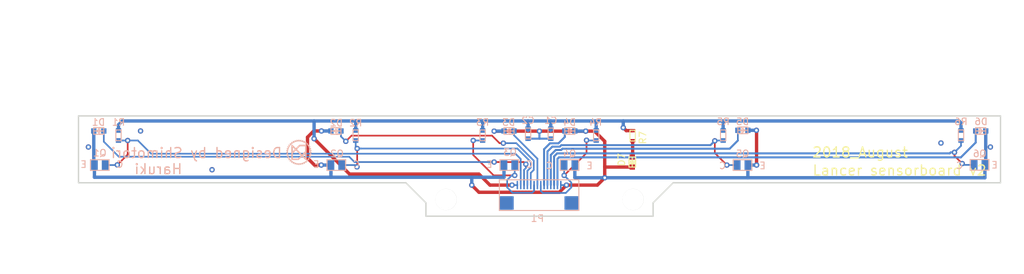
<source format=kicad_pcb>
(kicad_pcb (version 20171130) (host pcbnew "(5.0.0)")

  (general
    (thickness 1.6)
    (drawings 32)
    (tracks 240)
    (zones 0)
    (modules 26)
    (nets 16)
  )

  (page A4)
  (layers
    (0 F.Cu signal)
    (31 B.Cu signal)
    (32 B.Adhes user)
    (33 F.Adhes user)
    (34 B.Paste user)
    (35 F.Paste user)
    (36 B.SilkS user)
    (37 F.SilkS user)
    (38 B.Mask user)
    (39 F.Mask user)
    (40 Dwgs.User user)
    (41 Cmts.User user)
    (42 Eco1.User user)
    (43 Eco2.User user)
    (44 Edge.Cuts user)
    (45 Margin user)
    (46 B.CrtYd user)
    (47 F.CrtYd user)
    (48 B.Fab user)
    (49 F.Fab user)
  )

  (setup
    (last_trace_width 0.25)
    (user_trace_width 0.29)
    (user_trace_width 0.3)
    (user_trace_width 0.5)
    (trace_clearance 0.2)
    (zone_clearance 0.508)
    (zone_45_only no)
    (trace_min 0.2)
    (segment_width 0.2)
    (edge_width 0.15)
    (via_size 0.8)
    (via_drill 0.4)
    (via_min_size 0.4)
    (via_min_drill 0.3)
    (user_via 1.6 0.8)
    (uvia_size 0.3)
    (uvia_drill 0.1)
    (uvias_allowed no)
    (uvia_min_size 0.2)
    (uvia_min_drill 0.1)
    (pcb_text_width 0.3)
    (pcb_text_size 1.5 1.5)
    (mod_edge_width 0.15)
    (mod_text_size 1 1)
    (mod_text_width 0.15)
    (pad_size 1.524 1.524)
    (pad_drill 0.762)
    (pad_to_mask_clearance 0.2)
    (aux_axis_origin 0 0)
    (visible_elements 7FFFFFFF)
    (pcbplotparams
      (layerselection 0x010f0_ffffffff)
      (usegerberextensions true)
      (usegerberattributes false)
      (usegerberadvancedattributes false)
      (creategerberjobfile false)
      (excludeedgelayer true)
      (linewidth 0.100000)
      (plotframeref false)
      (viasonmask false)
      (mode 1)
      (useauxorigin false)
      (hpglpennumber 1)
      (hpglpenspeed 20)
      (hpglpendiameter 15.000000)
      (psnegative false)
      (psa4output false)
      (plotreference true)
      (plotvalue true)
      (plotinvisibletext false)
      (padsonsilk false)
      (subtractmaskfromsilk false)
      (outputformat 1)
      (mirror false)
      (drillshape 0)
      (scaleselection 1)
      (outputdirectory "C:/_underbird_file/circuit/2018_lancer/lancer_sensorbord_v2/gerber/"))
  )

  (net 0 "")
  (net 1 GND)
  (net 2 +3V3)
  (net 3 VR4)
  (net 4 VR1)
  (net 5 VR5)
  (net 6 VR2)
  (net 7 VR3)
  (net 8 VR6)
  (net 9 ANALOG_SEN1)
  (net 10 ANALOG_SEN2)
  (net 11 ANALOG_SEN3)
  (net 12 ANALOG_SEN4)
  (net 13 ANALOG_SEN5)
  (net 14 ANALOG_SEN6)
  (net 15 "Net-(D7-Pad2)")

  (net_class Default "これはデフォルトのネット クラスです。"
    (clearance 0.2)
    (trace_width 0.25)
    (via_dia 0.8)
    (via_drill 0.4)
    (uvia_dia 0.3)
    (uvia_drill 0.1)
    (add_net +3V3)
    (add_net ANALOG_SEN1)
    (add_net ANALOG_SEN2)
    (add_net ANALOG_SEN3)
    (add_net ANALOG_SEN4)
    (add_net ANALOG_SEN5)
    (add_net ANALOG_SEN6)
    (add_net GND)
    (add_net "Net-(D7-Pad2)")
    (add_net VR1)
    (add_net VR2)
    (add_net VR3)
    (add_net VR4)
    (add_net VR5)
    (add_net VR6)
  )

  (module Footprint:R_1608_HandSoldering (layer F.Cu) (tedit 5B224821) (tstamp 5B8246A4)
    (at 162.55 90.95 270)
    (path /5B827D1E)
    (fp_text reference R7 (at 2.45 -3.125 270) (layer F.SilkS)
      (effects (font (size 1 1) (thickness 0.15)))
    )
    (fp_text value 330 (at 2.875 0.225 270) (layer F.Fab)
      (effects (font (size 1 1) (thickness 0.15)))
    )
    (fp_line (start 2.95 -2) (end 2.95 -1.2) (layer F.SilkS) (width 0.15))
    (fp_line (start 1.35 -1.2) (end 2.95 -1.2) (layer F.SilkS) (width 0.15))
    (fp_line (start 1.35 -2) (end 1.35 -1.2) (layer F.SilkS) (width 0.15))
    (fp_line (start 1.35 -2) (end 2.95 -2) (layer F.SilkS) (width 0.15))
    (pad 1 smd rect (at 1.4 -1.6 270) (size 0.5 0.8) (layers F.Cu F.Paste F.Mask)
      (net 2 +3V3))
    (pad 2 smd rect (at 2.9 -1.6 270) (size 0.5 0.8) (layers F.Cu F.Paste F.Mask)
      (net 15 "Net-(D7-Pad2)"))
  )

  (module Mounting_Holes:MountingHole_3.2mm_M3 (layer F.Cu) (tedit 5B824266) (tstamp 5B824BD2)
    (at 136.2 102.65)
    (descr "Mounting Hole 3.2mm, no annular, M3")
    (tags "mounting hole 3.2mm no annular m3")
    (attr virtual)
    (fp_text reference REF** (at 0 -4.2) (layer Cmts.User)
      (effects (font (size 1 1) (thickness 0.15)))
    )
    (fp_text value MountingHole_3.2mm_M3 (at 0 4.2) (layer F.Fab)
      (effects (font (size 1 1) (thickness 0.15)))
    )
    (fp_circle (center 0 0) (end 3.45 0) (layer F.CrtYd) (width 0.05))
    (fp_circle (center 0 0) (end 3.2 0) (layer Cmts.User) (width 0.15))
    (fp_text user %R (at 0.3 0) (layer F.Fab)
      (effects (font (size 1 1) (thickness 0.15)))
    )
    (pad 1 np_thru_hole circle (at 0 0) (size 3.2 3.2) (drill 3.2) (layers *.Cu *.Mask))
  )

  (module Footprint:TEMT7100X01 (layer B.Cu) (tedit 5B7E8301) (tstamp 5B7E830A)
    (at 181.4 97.5 180)
    (path /5B91AE28)
    (fp_text reference Q5 (at 0.8 1.7 180) (layer B.SilkS)
      (effects (font (size 1 1) (thickness 0.15)) (justify mirror))
    )
    (fp_text value TEMT7100X01 (at 0.9 -2.4 180) (layer B.Fab)
      (effects (font (size 1 1) (thickness 0.15)) (justify mirror))
    )
    (fp_text user C (at 3.8 -0.1 180) (layer B.SilkS)
      (effects (font (size 1 1) (thickness 0.15)) (justify mirror))
    )
    (fp_text user E (at -2.2 -0.1 180) (layer B.SilkS)
      (effects (font (size 1 1) (thickness 0.15)) (justify mirror))
    )
    (fp_line (start 2.2 0.8) (end -0.6 0.8) (layer B.SilkS) (width 0.15))
    (fp_line (start 2.2 -0.8) (end 2.2 0.8) (layer B.SilkS) (width 0.15))
    (fp_line (start -0.6 -0.8) (end 2.2 -0.8) (layer B.SilkS) (width 0.15))
    (fp_line (start -0.6 0.8) (end -0.6 -0.8) (layer B.SilkS) (width 0.15))
    (pad 2 smd rect (at 1.6 0 180) (size 1 1.45) (layers B.Cu B.Paste B.Mask)
      (net 13 ANALOG_SEN5))
    (pad 1 smd rect (at 0 0 180) (size 1 1.45) (layers B.Cu B.Paste B.Mask)
      (net 1 GND))
  )

  (module Footprint:C_1608_HandSolderring (layer B.Cu) (tedit 5B655718) (tstamp 5B7E8278)
    (at 152.8 91.425 270)
    (path /5B918CAE)
    (fp_text reference C1 (at -0.6 0.9) (layer B.SilkS)
      (effects (font (size 1 1) (thickness 0.15)) (justify mirror))
    )
    (fp_text value 0.1u (at 2.725 -0.825 270) (layer B.Fab)
      (effects (font (size 1 1) (thickness 0.15)) (justify mirror))
    )
    (fp_line (start 0.55 0.5) (end 2.15 0.5) (layer B.SilkS) (width 0.15))
    (fp_line (start 0.55 1.3) (end 0.55 0.5) (layer B.SilkS) (width 0.15))
    (fp_line (start 0.55 1.3) (end 2.15 1.3) (layer B.SilkS) (width 0.15))
    (fp_line (start 2.15 1.3) (end 2.15 0.5) (layer B.SilkS) (width 0.15))
    (pad 1 smd rect (at 0.625 0.9 270) (size 0.7 0.8) (layers B.Cu B.Paste B.Mask)
      (net 2 +3V3))
    (pad 2 smd rect (at 2.125 0.9 270) (size 0.7 0.8) (layers B.Cu B.Paste B.Mask)
      (net 1 GND))
  )

  (module Footprint:C_1608_HandSolderring (layer B.Cu) (tedit 5B655718) (tstamp 5B7E8282)
    (at 149.4 91.425 270)
    (path /5B918D41)
    (fp_text reference C2 (at -0.6 0.9) (layer B.SilkS)
      (effects (font (size 1 1) (thickness 0.15)) (justify mirror))
    )
    (fp_text value 0.1u (at 2.725 -0.825 270) (layer B.Fab)
      (effects (font (size 1 1) (thickness 0.15)) (justify mirror))
    )
    (fp_line (start 0.55 0.5) (end 2.15 0.5) (layer B.SilkS) (width 0.15))
    (fp_line (start 0.55 1.3) (end 0.55 0.5) (layer B.SilkS) (width 0.15))
    (fp_line (start 0.55 1.3) (end 2.15 1.3) (layer B.SilkS) (width 0.15))
    (fp_line (start 2.15 1.3) (end 2.15 0.5) (layer B.SilkS) (width 0.15))
    (pad 1 smd rect (at 0.625 0.9 270) (size 0.7 0.8) (layers B.Cu B.Paste B.Mask)
      (net 2 +3V3))
    (pad 2 smd rect (at 2.125 0.9 270) (size 0.7 0.8) (layers B.Cu B.Paste B.Mask)
      (net 1 GND))
  )

  (module Footprint:SIR19-21C (layer B.Cu) (tedit 5B81141F) (tstamp 5B7E828C)
    (at 83.5 92.4)
    (path /5B91B593)
    (fp_text reference D1 (at 0.7 -1.3) (layer B.SilkS)
      (effects (font (size 1 1) (thickness 0.15)) (justify mirror))
    )
    (fp_text value SIR19-21C/TR8 (at 0.5 -2.5) (layer B.Fab)
      (effects (font (size 1 1) (thickness 0.15)) (justify mirror))
    )
    (fp_line (start 0.9 -0.5) (end 0.9 0.5) (layer B.SilkS) (width 0.15))
    (fp_line (start 0.5 0) (end 0.9 -0.5) (layer B.SilkS) (width 0.15))
    (fp_line (start 0.9 0.5) (end 0.5 0) (layer B.SilkS) (width 0.15))
    (fp_line (start 1.5 0) (end 0 0) (layer B.SilkS) (width 0.15))
    (fp_line (start 0 0.5) (end 0 -0.5) (layer B.SilkS) (width 0.15))
    (fp_line (start 0 -0.5) (end 1.5 -0.5) (layer B.SilkS) (width 0.15))
    (fp_line (start 1.5 -0.5) (end 1.5 0.5) (layer B.SilkS) (width 0.15))
    (fp_line (start 1.5 0.5) (end 0 0.5) (layer B.SilkS) (width 0.15))
    (pad 1 smd rect (at 0 0) (size 0.8 0.8) (layers B.Cu B.Paste B.Mask)
      (net 1 GND))
    (pad 2 smd rect (at 1.5 0) (size 0.8 0.8) (layers B.Cu B.Paste B.Mask)
      (net 4 VR1))
  )

  (module Footprint:SIR19-21C (layer B.Cu) (tedit 5B81141F) (tstamp 5B7E8296)
    (at 119 92.4)
    (path /5B917802)
    (fp_text reference D2 (at 0.8 -1.2) (layer B.SilkS)
      (effects (font (size 1 1) (thickness 0.15)) (justify mirror))
    )
    (fp_text value SIR19-21C/TR8 (at 0.5 -2.5) (layer B.Fab)
      (effects (font (size 1 1) (thickness 0.15)) (justify mirror))
    )
    (fp_line (start 0.9 -0.5) (end 0.9 0.5) (layer B.SilkS) (width 0.15))
    (fp_line (start 0.5 0) (end 0.9 -0.5) (layer B.SilkS) (width 0.15))
    (fp_line (start 0.9 0.5) (end 0.5 0) (layer B.SilkS) (width 0.15))
    (fp_line (start 1.5 0) (end 0 0) (layer B.SilkS) (width 0.15))
    (fp_line (start 0 0.5) (end 0 -0.5) (layer B.SilkS) (width 0.15))
    (fp_line (start 0 -0.5) (end 1.5 -0.5) (layer B.SilkS) (width 0.15))
    (fp_line (start 1.5 -0.5) (end 1.5 0.5) (layer B.SilkS) (width 0.15))
    (fp_line (start 1.5 0.5) (end 0 0.5) (layer B.SilkS) (width 0.15))
    (pad 1 smd rect (at 0 0) (size 0.8 0.8) (layers B.Cu B.Paste B.Mask)
      (net 1 GND))
    (pad 2 smd rect (at 1.5 0) (size 0.8 0.8) (layers B.Cu B.Paste B.Mask)
      (net 6 VR2))
  )

  (module Footprint:SIR19-21C (layer B.Cu) (tedit 5B81141F) (tstamp 5B7E82A0)
    (at 144.9 92.4)
    (path /5B91C1B8)
    (fp_text reference D3 (at 0.7 -1.3) (layer B.SilkS)
      (effects (font (size 1 1) (thickness 0.15)) (justify mirror))
    )
    (fp_text value SIR19-21C/TR8 (at 0.5 -2.5) (layer B.Fab)
      (effects (font (size 1 1) (thickness 0.15)) (justify mirror))
    )
    (fp_line (start 0.9 -0.5) (end 0.9 0.5) (layer B.SilkS) (width 0.15))
    (fp_line (start 0.5 0) (end 0.9 -0.5) (layer B.SilkS) (width 0.15))
    (fp_line (start 0.9 0.5) (end 0.5 0) (layer B.SilkS) (width 0.15))
    (fp_line (start 1.5 0) (end 0 0) (layer B.SilkS) (width 0.15))
    (fp_line (start 0 0.5) (end 0 -0.5) (layer B.SilkS) (width 0.15))
    (fp_line (start 0 -0.5) (end 1.5 -0.5) (layer B.SilkS) (width 0.15))
    (fp_line (start 1.5 -0.5) (end 1.5 0.5) (layer B.SilkS) (width 0.15))
    (fp_line (start 1.5 0.5) (end 0 0.5) (layer B.SilkS) (width 0.15))
    (pad 1 smd rect (at 0 0) (size 0.8 0.8) (layers B.Cu B.Paste B.Mask)
      (net 1 GND))
    (pad 2 smd rect (at 1.5 0) (size 0.8 0.8) (layers B.Cu B.Paste B.Mask)
      (net 7 VR3))
  )

  (module Footprint:SIR19-21C (layer B.Cu) (tedit 5B81141F) (tstamp 5B7E82AA)
    (at 155.5 92.4 180)
    (path /5B91A8D1)
    (fp_text reference D4 (at 0.8 1.3 180) (layer B.SilkS)
      (effects (font (size 1 1) (thickness 0.15)) (justify mirror))
    )
    (fp_text value SIR19-21C/TR8 (at 0.5 -2.5 180) (layer B.Fab)
      (effects (font (size 1 1) (thickness 0.15)) (justify mirror))
    )
    (fp_line (start 0.9 -0.5) (end 0.9 0.5) (layer B.SilkS) (width 0.15))
    (fp_line (start 0.5 0) (end 0.9 -0.5) (layer B.SilkS) (width 0.15))
    (fp_line (start 0.9 0.5) (end 0.5 0) (layer B.SilkS) (width 0.15))
    (fp_line (start 1.5 0) (end 0 0) (layer B.SilkS) (width 0.15))
    (fp_line (start 0 0.5) (end 0 -0.5) (layer B.SilkS) (width 0.15))
    (fp_line (start 0 -0.5) (end 1.5 -0.5) (layer B.SilkS) (width 0.15))
    (fp_line (start 1.5 -0.5) (end 1.5 0.5) (layer B.SilkS) (width 0.15))
    (fp_line (start 1.5 0.5) (end 0 0.5) (layer B.SilkS) (width 0.15))
    (pad 1 smd rect (at 0 0 180) (size 0.8 0.8) (layers B.Cu B.Paste B.Mask)
      (net 1 GND))
    (pad 2 smd rect (at 1.5 0 180) (size 0.8 0.8) (layers B.Cu B.Paste B.Mask)
      (net 3 VR4))
  )

  (module Footprint:SIR19-21C (layer B.Cu) (tedit 5B81141F) (tstamp 5B7E82B4)
    (at 181.4 92.3 180)
    (path /5B91AE21)
    (fp_text reference D5 (at 0.8 1.3 180) (layer B.SilkS)
      (effects (font (size 1 1) (thickness 0.15)) (justify mirror))
    )
    (fp_text value SIR19-21C/TR8 (at 0.5 -2.5 180) (layer B.Fab)
      (effects (font (size 1 1) (thickness 0.15)) (justify mirror))
    )
    (fp_line (start 0.9 -0.5) (end 0.9 0.5) (layer B.SilkS) (width 0.15))
    (fp_line (start 0.5 0) (end 0.9 -0.5) (layer B.SilkS) (width 0.15))
    (fp_line (start 0.9 0.5) (end 0.5 0) (layer B.SilkS) (width 0.15))
    (fp_line (start 1.5 0) (end 0 0) (layer B.SilkS) (width 0.15))
    (fp_line (start 0 0.5) (end 0 -0.5) (layer B.SilkS) (width 0.15))
    (fp_line (start 0 -0.5) (end 1.5 -0.5) (layer B.SilkS) (width 0.15))
    (fp_line (start 1.5 -0.5) (end 1.5 0.5) (layer B.SilkS) (width 0.15))
    (fp_line (start 1.5 0.5) (end 0 0.5) (layer B.SilkS) (width 0.15))
    (pad 1 smd rect (at 0 0 180) (size 0.8 0.8) (layers B.Cu B.Paste B.Mask)
      (net 1 GND))
    (pad 2 smd rect (at 1.5 0 180) (size 0.8 0.8) (layers B.Cu B.Paste B.Mask)
      (net 5 VR5))
  )

  (module Footprint:SIR19-21C (layer B.Cu) (tedit 5B81141F) (tstamp 5B7E82BE)
    (at 217 92.4 180)
    (path /5B91D284)
    (fp_text reference D6 (at 0.7 1.4 180) (layer B.SilkS)
      (effects (font (size 1 1) (thickness 0.15)) (justify mirror))
    )
    (fp_text value SIR19-21C/TR8 (at 0.5 -2.5 180) (layer B.Fab)
      (effects (font (size 1 1) (thickness 0.15)) (justify mirror))
    )
    (fp_line (start 0.9 -0.5) (end 0.9 0.5) (layer B.SilkS) (width 0.15))
    (fp_line (start 0.5 0) (end 0.9 -0.5) (layer B.SilkS) (width 0.15))
    (fp_line (start 0.9 0.5) (end 0.5 0) (layer B.SilkS) (width 0.15))
    (fp_line (start 1.5 0) (end 0 0) (layer B.SilkS) (width 0.15))
    (fp_line (start 0 0.5) (end 0 -0.5) (layer B.SilkS) (width 0.15))
    (fp_line (start 0 -0.5) (end 1.5 -0.5) (layer B.SilkS) (width 0.15))
    (fp_line (start 1.5 -0.5) (end 1.5 0.5) (layer B.SilkS) (width 0.15))
    (fp_line (start 1.5 0.5) (end 0 0.5) (layer B.SilkS) (width 0.15))
    (pad 1 smd rect (at 0 0 180) (size 0.8 0.8) (layers B.Cu B.Paste B.Mask)
      (net 1 GND))
    (pad 2 smd rect (at 1.5 0 180) (size 0.8 0.8) (layers B.Cu B.Paste B.Mask)
      (net 8 VR6))
  )

  (module "Footprint:CN-FFC-SMT2(CN-FFC(0.5)14PD)" (layer F.Cu) (tedit 5B792D60) (tstamp 5B7E82D8)
    (at 143.9 105)
    (path /5B90DDA5)
    (fp_text reference P1 (at 6 0.5) (layer B.SilkS)
      (effects (font (size 1 1) (thickness 0.15)) (justify mirror))
    )
    (fp_text value "CN-FFC(0.5)14PD" (at 7.8 0.7) (layer B.Fab)
      (effects (font (size 1 1) (thickness 0.15)) (justify mirror))
    )
    (fp_line (start 0.3 -5.3) (end 0.3 -0.7) (layer B.SilkS) (width 0.15))
    (fp_line (start 12.2 -5.3) (end 0.3 -5.3) (layer B.SilkS) (width 0.15))
    (fp_line (start 12.2 -0.7) (end 12.2 -5.3) (layer B.SilkS) (width 0.15))
    (fp_line (start 0.3 -0.7) (end 12.2 -0.7) (layer B.SilkS) (width 0.15))
    (pad 14 smd rect (at 9.5 -4.5) (size 0.23 1.25) (layers B.Cu B.Paste B.Mask)
      (net 1 GND))
    (pad 13 smd rect (at 9 -4.5) (size 0.23 1.25) (layers B.Cu B.Paste B.Mask)
      (net 8 VR6))
    (pad 12 smd rect (at 8.5 -4.5) (size 0.23 1.25) (layers B.Cu B.Paste B.Mask)
      (net 14 ANALOG_SEN6))
    (pad 11 smd rect (at 8 -4.5) (size 0.23 1.25) (layers B.Cu B.Paste B.Mask)
      (net 5 VR5))
    (pad 10 smd rect (at 7.5 -4.5) (size 0.23 1.25) (layers B.Cu B.Paste B.Mask)
      (net 13 ANALOG_SEN5))
    (pad 9 smd rect (at 7 -4.5) (size 0.23 1.25) (layers B.Cu B.Paste B.Mask)
      (net 3 VR4))
    (pad 8 smd rect (at 6.5 -4.5) (size 0.23 1.25) (layers B.Cu B.Paste B.Mask)
      (net 12 ANALOG_SEN4))
    (pad 7 smd rect (at 6 -4.5) (size 0.23 1.25) (layers B.Cu B.Paste B.Mask)
      (net 7 VR3))
    (pad 6 smd rect (at 5.5 -4.5) (size 0.23 1.25) (layers B.Cu B.Paste B.Mask)
      (net 11 ANALOG_SEN3))
    (pad 5 smd rect (at 5 -4.5) (size 0.23 1.25) (layers B.Cu B.Paste B.Mask)
      (net 6 VR2))
    (pad 4 smd rect (at 4.5 -4.5) (size 0.23 1.25) (layers B.Cu B.Paste B.Mask)
      (net 10 ANALOG_SEN2))
    (pad 3 smd rect (at 4 -4.5) (size 0.23 1.25) (layers B.Cu B.Paste B.Mask)
      (net 4 VR1))
    (pad 2 smd rect (at 3.5 -4.5) (size 0.23 1.25) (layers B.Cu B.Paste B.Mask)
      (net 9 ANALOG_SEN1))
    (pad "" smd rect (at 1.35 -1.825) (size 1.8 2) (layers B.Cu B.Paste B.Mask))
    (pad "" smd rect (at 11.15 -1.825) (size 1.8 2) (layers B.Cu B.Paste B.Mask))
    (pad 1 smd rect (at 3 -4.5) (size 0.23 1.25) (layers B.Cu B.Paste B.Mask)
      (net 2 +3V3))
    (pad "" smd rect (at 11.15 -1.825) (size 2.2 2) (layers B.Cu B.Paste B.Mask))
    (pad "" smd rect (at 1.35 -1.825) (size 2.2 2) (layers B.Cu B.Paste B.Mask))
  )

  (module Footprint:TEMT7100X01 (layer B.Cu) (tedit 5B7E8301) (tstamp 5B7E82E2)
    (at 83.6 97.5)
    (path /5B91B59A)
    (fp_text reference Q1 (at 0.8 -1.8) (layer B.SilkS)
      (effects (font (size 1 1) (thickness 0.15)) (justify mirror))
    )
    (fp_text value TEMT7100X01 (at 0.9 -2.4) (layer B.Fab)
      (effects (font (size 1 1) (thickness 0.15)) (justify mirror))
    )
    (fp_text user C (at 3.8 -0.1) (layer B.SilkS)
      (effects (font (size 1 1) (thickness 0.15)) (justify mirror))
    )
    (fp_text user E (at -1.625 -0.1) (layer B.SilkS)
      (effects (font (size 1 1) (thickness 0.15)) (justify mirror))
    )
    (fp_line (start 2.2 0.8) (end -0.6 0.8) (layer B.SilkS) (width 0.15))
    (fp_line (start 2.2 -0.8) (end 2.2 0.8) (layer B.SilkS) (width 0.15))
    (fp_line (start -0.6 -0.8) (end 2.2 -0.8) (layer B.SilkS) (width 0.15))
    (fp_line (start -0.6 0.8) (end -0.6 -0.8) (layer B.SilkS) (width 0.15))
    (pad 2 smd rect (at 1.6 0) (size 1 1.45) (layers B.Cu B.Paste B.Mask)
      (net 9 ANALOG_SEN1))
    (pad 1 smd rect (at 0 0) (size 1 1.45) (layers B.Cu B.Paste B.Mask)
      (net 1 GND))
  )

  (module Footprint:TEMT7100X01 (layer B.Cu) (tedit 5B7E8301) (tstamp 5B7E82EC)
    (at 119 97.5)
    (path /5B9179EC)
    (fp_text reference Q2 (at 0.9 -1.7) (layer B.SilkS)
      (effects (font (size 1 1) (thickness 0.15)) (justify mirror))
    )
    (fp_text value TEMT7100X01 (at 0.9 -2.4) (layer B.Fab)
      (effects (font (size 1 1) (thickness 0.15)) (justify mirror))
    )
    (fp_text user C (at 3.8 -0.1) (layer B.SilkS)
      (effects (font (size 1 1) (thickness 0.15)) (justify mirror))
    )
    (fp_text user E (at -2.2 -0.1) (layer B.SilkS)
      (effects (font (size 1 1) (thickness 0.15)) (justify mirror))
    )
    (fp_line (start 2.2 0.8) (end -0.6 0.8) (layer B.SilkS) (width 0.15))
    (fp_line (start 2.2 -0.8) (end 2.2 0.8) (layer B.SilkS) (width 0.15))
    (fp_line (start -0.6 -0.8) (end 2.2 -0.8) (layer B.SilkS) (width 0.15))
    (fp_line (start -0.6 0.8) (end -0.6 -0.8) (layer B.SilkS) (width 0.15))
    (pad 2 smd rect (at 1.6 0) (size 1 1.45) (layers B.Cu B.Paste B.Mask)
      (net 10 ANALOG_SEN2))
    (pad 1 smd rect (at 0 0) (size 1 1.45) (layers B.Cu B.Paste B.Mask)
      (net 1 GND))
  )

  (module Footprint:TEMT7100X01 (layer B.Cu) (tedit 5B7E8301) (tstamp 5B7E82F6)
    (at 144.9 97.5)
    (path /5B91C1BF)
    (fp_text reference Q3 (at 0.9 -1.9) (layer B.SilkS)
      (effects (font (size 1 1) (thickness 0.15)) (justify mirror))
    )
    (fp_text value TEMT7100X01 (at 0.9 -2.4) (layer B.Fab)
      (effects (font (size 1 1) (thickness 0.15)) (justify mirror))
    )
    (fp_text user C (at 3.8 -0.1) (layer B.SilkS)
      (effects (font (size 1 1) (thickness 0.15)) (justify mirror))
    )
    (fp_text user E (at -2.2 -0.1) (layer B.SilkS)
      (effects (font (size 1 1) (thickness 0.15)) (justify mirror))
    )
    (fp_line (start 2.2 0.8) (end -0.6 0.8) (layer B.SilkS) (width 0.15))
    (fp_line (start 2.2 -0.8) (end 2.2 0.8) (layer B.SilkS) (width 0.15))
    (fp_line (start -0.6 -0.8) (end 2.2 -0.8) (layer B.SilkS) (width 0.15))
    (fp_line (start -0.6 0.8) (end -0.6 -0.8) (layer B.SilkS) (width 0.15))
    (pad 2 smd rect (at 1.6 0) (size 1 1.45) (layers B.Cu B.Paste B.Mask)
      (net 11 ANALOG_SEN3))
    (pad 1 smd rect (at 0 0) (size 1 1.45) (layers B.Cu B.Paste B.Mask)
      (net 1 GND))
  )

  (module Footprint:TEMT7100X01 (layer B.Cu) (tedit 5B7E8301) (tstamp 5B7E8300)
    (at 155.5 97.5 180)
    (path /5B91A8D8)
    (fp_text reference Q4 (at 0.8 1.7 180) (layer B.SilkS)
      (effects (font (size 1 1) (thickness 0.15)) (justify mirror))
    )
    (fp_text value TEMT7100X01 (at 0.9 -2.4 180) (layer B.Fab)
      (effects (font (size 1 1) (thickness 0.15)) (justify mirror))
    )
    (fp_text user C (at 3.8 -0.1 180) (layer B.SilkS)
      (effects (font (size 1 1) (thickness 0.15)) (justify mirror))
    )
    (fp_text user E (at -2.2 -0.1 180) (layer B.SilkS)
      (effects (font (size 1 1) (thickness 0.15)) (justify mirror))
    )
    (fp_line (start 2.2 0.8) (end -0.6 0.8) (layer B.SilkS) (width 0.15))
    (fp_line (start 2.2 -0.8) (end 2.2 0.8) (layer B.SilkS) (width 0.15))
    (fp_line (start -0.6 -0.8) (end 2.2 -0.8) (layer B.SilkS) (width 0.15))
    (fp_line (start -0.6 0.8) (end -0.6 -0.8) (layer B.SilkS) (width 0.15))
    (pad 2 smd rect (at 1.6 0 180) (size 1 1.45) (layers B.Cu B.Paste B.Mask)
      (net 12 ANALOG_SEN4))
    (pad 1 smd rect (at 0 0 180) (size 1 1.45) (layers B.Cu B.Paste B.Mask)
      (net 1 GND))
  )

  (module Footprint:TEMT7100X01 (layer B.Cu) (tedit 5B7E8301) (tstamp 5B7E8314)
    (at 216.875 97.475 180)
    (path /5B91D28B)
    (fp_text reference Q6 (at 0.775 1.675 180) (layer B.SilkS)
      (effects (font (size 1 1) (thickness 0.15)) (justify mirror))
    )
    (fp_text value TEMT7100X01 (at 0.9 -2.4 180) (layer B.Fab)
      (effects (font (size 1 1) (thickness 0.15)) (justify mirror))
    )
    (fp_text user C (at 3.8 -0.1 180) (layer B.SilkS)
      (effects (font (size 1 1) (thickness 0.15)) (justify mirror))
    )
    (fp_text user E (at -1.45 -0.025 180) (layer B.SilkS)
      (effects (font (size 1 1) (thickness 0.15)) (justify mirror))
    )
    (fp_line (start 2.2 0.8) (end -0.6 0.8) (layer B.SilkS) (width 0.15))
    (fp_line (start 2.2 -0.8) (end 2.2 0.8) (layer B.SilkS) (width 0.15))
    (fp_line (start -0.6 -0.8) (end 2.2 -0.8) (layer B.SilkS) (width 0.15))
    (fp_line (start -0.6 0.8) (end -0.6 -0.8) (layer B.SilkS) (width 0.15))
    (pad 2 smd rect (at 1.6 0 180) (size 1 1.45) (layers B.Cu B.Paste B.Mask)
      (net 14 ANALOG_SEN6))
    (pad 1 smd rect (at 0 0 180) (size 1 1.45) (layers B.Cu B.Paste B.Mask)
      (net 1 GND))
  )

  (module Footprint:C_1608_HandSolderring (layer B.Cu) (tedit 5B655718) (tstamp 5B7E8517)
    (at 88.1 91.7 270)
    (path /5B91B5A8)
    (fp_text reference R1 (at -0.6 0.9) (layer B.SilkS)
      (effects (font (size 1 1) (thickness 0.15)) (justify mirror))
    )
    (fp_text value 100k (at 2.725 -0.825 270) (layer B.Fab)
      (effects (font (size 1 1) (thickness 0.15)) (justify mirror))
    )
    (fp_line (start 0.55 0.5) (end 2.15 0.5) (layer B.SilkS) (width 0.15))
    (fp_line (start 0.55 1.3) (end 0.55 0.5) (layer B.SilkS) (width 0.15))
    (fp_line (start 0.55 1.3) (end 2.15 1.3) (layer B.SilkS) (width 0.15))
    (fp_line (start 2.15 1.3) (end 2.15 0.5) (layer B.SilkS) (width 0.15))
    (pad 1 smd rect (at 0.625 0.9 270) (size 0.7 0.8) (layers B.Cu B.Paste B.Mask)
      (net 2 +3V3))
    (pad 2 smd rect (at 2.125 0.9 270) (size 0.7 0.8) (layers B.Cu B.Paste B.Mask)
      (net 9 ANALOG_SEN1))
  )

  (module Footprint:C_1608_HandSolderring (layer B.Cu) (tedit 5B655718) (tstamp 5B7E8328)
    (at 123.6 91.7 270)
    (path /5B917AAF)
    (fp_text reference R2 (at -0.5 0.9) (layer B.SilkS)
      (effects (font (size 1 1) (thickness 0.15)) (justify mirror))
    )
    (fp_text value 100k (at 2.725 -0.825 270) (layer B.Fab)
      (effects (font (size 1 1) (thickness 0.15)) (justify mirror))
    )
    (fp_line (start 0.55 0.5) (end 2.15 0.5) (layer B.SilkS) (width 0.15))
    (fp_line (start 0.55 1.3) (end 0.55 0.5) (layer B.SilkS) (width 0.15))
    (fp_line (start 0.55 1.3) (end 2.15 1.3) (layer B.SilkS) (width 0.15))
    (fp_line (start 2.15 1.3) (end 2.15 0.5) (layer B.SilkS) (width 0.15))
    (pad 1 smd rect (at 0.625 0.9 270) (size 0.7 0.8) (layers B.Cu B.Paste B.Mask)
      (net 2 +3V3))
    (pad 2 smd rect (at 2.125 0.9 270) (size 0.7 0.8) (layers B.Cu B.Paste B.Mask)
      (net 10 ANALOG_SEN2))
  )

  (module Footprint:C_1608_HandSolderring (layer B.Cu) (tedit 5B655718) (tstamp 5B7E8332)
    (at 142.6 91.7 270)
    (path /5B91C1CD)
    (fp_text reference R3 (at -0.6 0.9) (layer B.SilkS)
      (effects (font (size 1 1) (thickness 0.15)) (justify mirror))
    )
    (fp_text value 100k (at 2.725 -0.825 270) (layer B.Fab)
      (effects (font (size 1 1) (thickness 0.15)) (justify mirror))
    )
    (fp_line (start 0.55 0.5) (end 2.15 0.5) (layer B.SilkS) (width 0.15))
    (fp_line (start 0.55 1.3) (end 0.55 0.5) (layer B.SilkS) (width 0.15))
    (fp_line (start 0.55 1.3) (end 2.15 1.3) (layer B.SilkS) (width 0.15))
    (fp_line (start 2.15 1.3) (end 2.15 0.5) (layer B.SilkS) (width 0.15))
    (pad 1 smd rect (at 0.625 0.9 270) (size 0.7 0.8) (layers B.Cu B.Paste B.Mask)
      (net 2 +3V3))
    (pad 2 smd rect (at 2.125 0.9 270) (size 0.7 0.8) (layers B.Cu B.Paste B.Mask)
      (net 11 ANALOG_SEN3))
  )

  (module Footprint:C_1608_HandSolderring (layer B.Cu) (tedit 5B655718) (tstamp 5B7E833C)
    (at 159.6 91.7 270)
    (path /5B91A8E6)
    (fp_text reference R4 (at -0.6 1) (layer B.SilkS)
      (effects (font (size 1 1) (thickness 0.15)) (justify mirror))
    )
    (fp_text value 100k (at 2.725 -0.825 270) (layer B.Fab)
      (effects (font (size 1 1) (thickness 0.15)) (justify mirror))
    )
    (fp_line (start 0.55 0.5) (end 2.15 0.5) (layer B.SilkS) (width 0.15))
    (fp_line (start 0.55 1.3) (end 0.55 0.5) (layer B.SilkS) (width 0.15))
    (fp_line (start 0.55 1.3) (end 2.15 1.3) (layer B.SilkS) (width 0.15))
    (fp_line (start 2.15 1.3) (end 2.15 0.5) (layer B.SilkS) (width 0.15))
    (pad 1 smd rect (at 0.625 0.9 270) (size 0.7 0.8) (layers B.Cu B.Paste B.Mask)
      (net 2 +3V3))
    (pad 2 smd rect (at 2.125 0.9 270) (size 0.7 0.8) (layers B.Cu B.Paste B.Mask)
      (net 12 ANALOG_SEN4))
  )

  (module Footprint:C_1608_HandSolderring (layer B.Cu) (tedit 5B655718) (tstamp 5B7E8346)
    (at 178.6 91.7 270)
    (path /5B91AE36)
    (fp_text reference R5 (at -0.7 0.9) (layer B.SilkS)
      (effects (font (size 1 1) (thickness 0.15)) (justify mirror))
    )
    (fp_text value 100k (at 2.725 -0.825 270) (layer B.Fab)
      (effects (font (size 1 1) (thickness 0.15)) (justify mirror))
    )
    (fp_line (start 0.55 0.5) (end 2.15 0.5) (layer B.SilkS) (width 0.15))
    (fp_line (start 0.55 1.3) (end 0.55 0.5) (layer B.SilkS) (width 0.15))
    (fp_line (start 0.55 1.3) (end 2.15 1.3) (layer B.SilkS) (width 0.15))
    (fp_line (start 2.15 1.3) (end 2.15 0.5) (layer B.SilkS) (width 0.15))
    (pad 1 smd rect (at 0.625 0.9 270) (size 0.7 0.8) (layers B.Cu B.Paste B.Mask)
      (net 2 +3V3))
    (pad 2 smd rect (at 2.125 0.9 270) (size 0.7 0.8) (layers B.Cu B.Paste B.Mask)
      (net 13 ANALOG_SEN5))
  )

  (module Footprint:C_1608_HandSolderring (layer B.Cu) (tedit 5B655718) (tstamp 5B7E8350)
    (at 214.2 91.7 270)
    (path /5B91D299)
    (fp_text reference R6 (at -0.7 0.9) (layer B.SilkS)
      (effects (font (size 1 1) (thickness 0.15)) (justify mirror))
    )
    (fp_text value 100k (at 2.725 -0.825 270) (layer B.Fab)
      (effects (font (size 1 1) (thickness 0.15)) (justify mirror))
    )
    (fp_line (start 0.55 0.5) (end 2.15 0.5) (layer B.SilkS) (width 0.15))
    (fp_line (start 0.55 1.3) (end 0.55 0.5) (layer B.SilkS) (width 0.15))
    (fp_line (start 0.55 1.3) (end 2.15 1.3) (layer B.SilkS) (width 0.15))
    (fp_line (start 2.15 1.3) (end 2.15 0.5) (layer B.SilkS) (width 0.15))
    (pad 1 smd rect (at 0.625 0.9 270) (size 0.7 0.8) (layers B.Cu B.Paste B.Mask)
      (net 2 +3V3))
    (pad 2 smd rect (at 2.125 0.9 270) (size 0.7 0.8) (layers B.Cu B.Paste B.Mask)
      (net 14 ANALOG_SEN6))
  )

  (module sh:sh_3500 (layer B.Cu) (tedit 0) (tstamp 5B8121F3)
    (at 114.2 95.6)
    (fp_text reference G*** (at 0 0) (layer B.SilkS) hide
      (effects (font (size 1.524 1.524) (thickness 0.3)) (justify mirror))
    )
    (fp_text value LOGO (at 0.75 0) (layer B.SilkS) hide
      (effects (font (size 1.524 1.524) (thickness 0.3)) (justify mirror))
    )
    (fp_poly (pts (xy -0.483588 1.150169) (xy -0.404446 1.149914) (xy -0.330428 1.149508) (xy -0.262798 1.148965)
      (xy -0.202818 1.148301) (xy -0.151753 1.14753) (xy -0.110865 1.146668) (xy -0.081418 1.145728)
      (xy -0.064675 1.144727) (xy -0.061686 1.144279) (xy -0.051425 1.13815) (xy -0.032735 1.122974)
      (xy -0.005367 1.098517) (xy 0.030928 1.064545) (xy 0.076397 1.020824) (xy 0.131289 0.967121)
      (xy 0.195853 0.903201) (xy 0.217846 0.8813) (xy 0.475606 0.624299) (xy 0.725846 0.875054)
      (xy 0.776122 0.925248) (xy 0.823822 0.972515) (xy 0.867865 1.015808) (xy 0.907171 1.054081)
      (xy 0.940659 1.08629) (xy 0.967248 1.111386) (xy 0.985857 1.128326) (xy 0.995406 1.136062)
      (xy 0.995682 1.136218) (xy 1.02382 1.144734) (xy 1.057048 1.145694) (xy 1.088087 1.139139)
      (xy 1.09598 1.135664) (xy 1.113646 1.122518) (xy 1.131406 1.103354) (xy 1.135534 1.097694)
      (xy 1.153885 1.070688) (xy 1.153885 0.007273) (xy 1.15388 -0.137947) (xy 1.153858 -0.269361)
      (xy 1.153811 -0.387677) (xy 1.15373 -0.493601) (xy 1.153605 -0.587843) (xy 1.15343 -0.671109)
      (xy 1.153194 -0.744108) (xy 1.152889 -0.807547) (xy 1.152506 -0.862134) (xy 1.152037 -0.908577)
      (xy 1.151472 -0.947584) (xy 1.150803 -0.979863) (xy 1.150021 -1.006121) (xy 1.149118 -1.027066)
      (xy 1.148084 -1.043407) (xy 1.146912 -1.05585) (xy 1.145591 -1.065104) (xy 1.144114 -1.071876)
      (xy 1.142471 -1.076874) (xy 1.140654 -1.080807) (xy 1.140421 -1.081247) (xy 1.123087 -1.102936)
      (xy 1.098283 -1.121469) (xy 1.095736 -1.122862) (xy 1.064517 -1.139372) (xy 0.578952 -1.139372)
      (xy 0.470961 -1.139279) (xy 0.377046 -1.138995) (xy 0.296771 -1.138513) (xy 0.2297 -1.137827)
      (xy 0.175394 -1.136928) (xy 0.133419 -1.135812) (xy 0.103337 -1.134469) (xy 0.084712 -1.132894)
      (xy 0.077537 -1.131354) (xy 0.069382 -1.12476) (xy 0.052036 -1.108902) (xy 0.02655 -1.0848)
      (xy -0.006023 -1.053472) (xy -0.044631 -1.015937) (xy -0.088222 -0.973214) (xy -0.135744 -0.926321)
      (xy -0.186144 -0.876277) (xy -0.19408 -0.86837) (xy -0.449844 -0.613404) (xy -0.705708 -0.86872)
      (xy -0.756591 -0.919244) (xy -0.804921 -0.966753) (xy -0.849626 -1.010226) (xy -0.889635 -1.048644)
      (xy -0.923876 -1.080986) (xy -0.951276 -1.106233) (xy -0.970764 -1.123363) (xy -0.981268 -1.131356)
      (xy -0.982002 -1.131704) (xy -1.015163 -1.138822) (xy -1.048355 -1.133959) (xy -1.071875 -1.124276)
      (xy -1.099341 -1.104929) (xy -1.117232 -1.078447) (xy -1.11927 -1.074079) (xy -1.121113 -1.069332)
      (xy -1.122771 -1.063492) (xy -1.124253 -1.055844) (xy -1.125569 -1.04567) (xy -1.12673 -1.032256)
      (xy -1.127745 -1.014887) (xy -1.128623 -0.992845) (xy -1.129375 -0.965416) (xy -1.130011 -0.931885)
      (xy -1.13054 -0.891535) (xy -1.130971 -0.84365) (xy -1.131316 -0.787516) (xy -1.131435 -0.758328)
      (xy -0.907143 -0.758328) (xy -0.75658 -0.607764) (xy -0.606016 -0.4572) (xy -0.60605 -0.457166)
      (xy -0.293863 -0.457166) (xy 0.163199 -0.9144) (xy 0.928914 -0.9144) (xy 0.928914 -0.148685)
      (xy 0.700296 0.079846) (xy 0.471679 0.308377) (xy 0.088908 -0.074395) (xy -0.293863 -0.457166)
      (xy -0.60605 -0.457166) (xy -0.907143 -0.156073) (xy -0.907143 -0.758328) (xy -1.131435 -0.758328)
      (xy -1.131583 -0.722416) (xy -1.131783 -0.647635) (xy -1.131925 -0.562457) (xy -1.13202 -0.466167)
      (xy -1.132076 -0.358049) (xy -1.132104 -0.237386) (xy -1.132114 -0.103465) (xy -1.132115 0.006637)
      (xy -1.132135 0.153769) (xy -1.132173 0.287085) (xy -1.132196 0.407282) (xy -1.132172 0.515058)
      (xy -1.132066 0.611112) (xy -1.131846 0.696142) (xy -1.131479 0.770844) (xy -1.130932 0.835918)
      (xy -1.130172 0.89206) (xy -1.129399 0.928914) (xy -0.907143 0.928914) (xy -0.907143 0.156113)
      (xy -0.680401 -0.070715) (xy -0.633155 -0.117898) (xy -0.589079 -0.161759) (xy -0.549225 -0.201262)
      (xy -0.514647 -0.23537) (xy -0.486398 -0.263047) (xy -0.46553 -0.283257) (xy -0.453097 -0.294962)
      (xy -0.449961 -0.297543) (xy -0.44436 -0.292539) (xy -0.429314 -0.278058) (xy -0.405629 -0.2549)
      (xy -0.374112 -0.223863) (xy -0.335569 -0.185746) (xy -0.290806 -0.141348) (xy -0.24063 -0.091466)
      (xy -0.185847 -0.036901) (xy -0.127263 0.021549) (xy -0.065685 0.083086) (xy -0.065323 0.083449)
      (xy 0.315617 0.46444) (xy 0.311842 0.468217) (xy 0.631369 0.468217) (xy 0.778261 0.321194)
      (xy 0.815976 0.283508) (xy 0.850237 0.249395) (xy 0.879742 0.22014) (xy 0.903189 0.197032)
      (xy 0.919274 0.181357) (xy 0.926695 0.174403) (xy 0.927033 0.174171) (xy 0.92744 0.181175)
      (xy 0.927816 0.20117) (xy 0.928152 0.232636) (xy 0.928439 0.274049) (xy 0.928667 0.323887)
      (xy 0.928826 0.380629) (xy 0.928906 0.442752) (xy 0.928914 0.469833) (xy 0.928914 0.765496)
      (xy 0.780142 0.616856) (xy 0.631369 0.468217) (xy 0.311842 0.468217) (xy -0.148687 0.928914)
      (xy -0.907143 0.928914) (xy -1.129399 0.928914) (xy -1.129166 0.939969) (xy -1.127881 0.980343)
      (xy -1.126283 1.013879) (xy -1.12434 1.041276) (xy -1.122019 1.063232) (xy -1.119287 1.080443)
      (xy -1.11611 1.093609) (xy -1.112456 1.103427) (xy -1.108291 1.110595) (xy -1.103583 1.11581)
      (xy -1.098299 1.119772) (xy -1.092405 1.123177) (xy -1.085868 1.126723) (xy -1.078899 1.130947)
      (xy -1.049723 1.150257) (xy -0.56659 1.150257) (xy -0.483588 1.150169)) (layer B.SilkS) (width 0.01))
    (fp_poly (pts (xy 0.113839 1.738085) (xy 0.166575 1.733601) (xy 0.204685 1.810229) (xy 0.221608 1.844039)
      (xy 0.234589 1.866733) (xy 0.246519 1.879999) (xy 0.26029 1.885525) (xy 0.278796 1.884999)
      (xy 0.304927 1.88011) (xy 0.319231 1.877086) (xy 0.359063 1.868714) (xy 0.371943 1.785765)
      (xy 0.377225 1.75287) (xy 0.381922 1.725687) (xy 0.385501 1.70716) (xy 0.387368 1.700269)
      (xy 0.395409 1.69671) (xy 0.411431 1.691555) (xy 0.412528 1.691238) (xy 0.422312 1.688914)
      (xy 0.430502 1.689585) (xy 0.439132 1.695026) (xy 0.450237 1.70701) (xy 0.465853 1.727311)
      (xy 0.486735 1.755941) (xy 0.538328 1.827129) (xy 0.590293 1.811346) (xy 0.642257 1.795562)
      (xy 0.645885 1.706223) (xy 0.649514 1.616884) (xy 0.671285 1.607585) (xy 0.680782 1.604013)
      (xy 0.689103 1.603531) (xy 0.698568 1.607576) (xy 0.7115 1.617587) (xy 0.730221 1.635)
      (xy 0.755508 1.659734) (xy 0.81796 1.721181) (xy 0.869911 1.695019) (xy 0.896016 1.681308)
      (xy 0.911224 1.671361) (xy 0.917919 1.663085) (xy 0.918485 1.654386) (xy 0.918133 1.652671)
      (xy 0.915398 1.638573) (xy 0.911176 1.614273) (xy 0.906175 1.583917) (xy 0.90357 1.567543)
      (xy 0.898682 1.535676) (xy 0.896262 1.514991) (xy 0.89652 1.502333) (xy 0.899667 1.494545)
      (xy 0.905914 1.488473) (xy 0.909011 1.486061) (xy 0.923685 1.476751) (xy 0.933407 1.473361)
      (xy 0.942182 1.477354) (xy 0.959945 1.48833) (xy 0.984059 1.504577) (xy 1.010135 1.52311)
      (xy 1.07874 1.573021) (xy 1.120987 1.541417) (xy 1.142076 1.525533) (xy 1.158259 1.513142)
      (xy 1.166329 1.506703) (xy 1.166569 1.506478) (xy 1.165715 1.498704) (xy 1.160912 1.480032)
      (xy 1.152951 1.453281) (xy 1.14289 1.42207) (xy 1.115875 1.340997) (xy 1.151769 1.305103)
      (xy 1.23146 1.345069) (xy 1.31115 1.385036) (xy 1.352012 1.344173) (xy 1.392875 1.303311)
      (xy 1.35165 1.224879) (xy 1.310426 1.146446) (xy 1.346287 1.110585) (xy 1.428596 1.136363)
      (xy 1.460848 1.14613) (xy 1.487732 1.153641) (xy 1.506431 1.158151) (xy 1.514121 1.158926)
      (xy 1.523464 1.147877) (xy 1.536634 1.130353) (xy 1.550978 1.110161) (xy 1.56384 1.091104)
      (xy 1.572566 1.076989) (xy 1.5748 1.071955) (xy 1.570735 1.06369) (xy 1.559726 1.046493)
      (xy 1.543547 1.023035) (xy 1.527628 1.00095) (xy 1.508492 0.974052) (xy 1.493118 0.950866)
      (xy 1.48329 0.934186) (xy 1.480618 0.927355) (xy 1.484881 0.915062) (xy 1.493318 0.901745)
      (xy 1.497723 0.896113) (xy 1.502357 0.892118) (xy 1.50917 0.889868) (xy 1.520112 0.889468)
      (xy 1.537132 0.891025) (xy 1.562183 0.894642) (xy 1.597212 0.900428) (xy 1.644172 0.908488)
      (xy 1.656442 0.910601) (xy 1.666929 0.911314) (xy 1.675295 0.907553) (xy 1.683907 0.896838)
      (xy 1.695126 0.87669) (xy 1.702419 0.86237) (xy 1.728438 0.810703) (xy 1.666575 0.748251)
      (xy 1.604711 0.6858) (xy 1.61471 0.662441) (xy 1.624708 0.639082) (xy 1.712933 0.637041)
      (xy 1.801159 0.635) (xy 1.833981 0.531402) (xy 1.766162 0.482862) (xy 1.739069 0.463224)
      (xy 1.716637 0.446499) (xy 1.701338 0.434562) (xy 1.695694 0.429432) (xy 1.695583 0.419685)
      (xy 1.698954 0.402817) (xy 1.699179 0.401979) (xy 1.702202 0.39235) (xy 1.706815 0.385496)
      (xy 1.715596 0.380389) (xy 1.731124 0.375997) (xy 1.75598 0.371292) (xy 1.790127 0.365668)
      (xy 1.827195 0.359647) (xy 1.852577 0.354273) (xy 1.868808 0.347304) (xy 1.878427 0.336494)
      (xy 1.883969 0.3196) (xy 1.88797 0.294379) (xy 1.89031 0.277047) (xy 1.895238 0.241216)
      (xy 1.818476 0.200042) (xy 1.786056 0.182465) (xy 1.764344 0.169804) (xy 1.751196 0.160224)
      (xy 1.744472 0.151892) (xy 1.742027 0.142973) (xy 1.741714 0.134351) (xy 1.741714 0.109836)
      (xy 1.825438 0.08228) (xy 1.909161 0.054725) (xy 1.90708 -0.002892) (xy 1.905 -0.060508)
      (xy 1.825171 -0.087063) (xy 1.745342 -0.113617) (xy 1.743107 -0.139988) (xy 1.740871 -0.166359)
      (xy 1.815678 -0.203756) (xy 1.845419 -0.218706) (xy 1.870003 -0.231218) (xy 1.886752 -0.239919)
      (xy 1.892946 -0.243385) (xy 1.893155 -0.251108) (xy 1.891328 -0.26875) (xy 1.888133 -0.29197)
      (xy 1.88424 -0.316429) (xy 1.880319 -0.337786) (xy 1.877038 -0.3517) (xy 1.875797 -0.354564)
      (xy 1.86778 -0.356982) (xy 1.848428 -0.361127) (xy 1.820734 -0.366397) (xy 1.790999 -0.37163)
      (xy 1.758465 -0.377308) (xy 1.731686 -0.382269) (xy 1.713605 -0.385947) (xy 1.707191 -0.387704)
      (xy 1.703872 -0.395488) (xy 1.698832 -0.41136) (xy 1.698495 -0.412528) (xy 1.696172 -0.422307)
      (xy 1.696841 -0.430494) (xy 1.702275 -0.439121) (xy 1.714248 -0.450221) (xy 1.734533 -0.465827)
      (xy 1.763293 -0.486804) (xy 1.834576 -0.538467) (xy 1.816518 -0.592176) (xy 1.798459 -0.645886)
      (xy 1.624899 -0.645886) (xy 1.614805 -0.669472) (xy 1.604711 -0.693057) (xy 1.666575 -0.755509)
      (xy 1.728438 -0.81796) (xy 1.702903 -0.868665) (xy 1.677369 -0.91937) (xy 1.591822 -0.905763)
      (xy 1.506276 -0.892156) (xy 1.493527 -0.908721) (xy 1.484128 -0.923481) (xy 1.480618 -0.933408)
      (xy 1.484611 -0.942189) (xy 1.495582 -0.95995) (xy 1.511818 -0.984047) (xy 1.530133 -1.009813)
      (xy 1.579808 -1.078096) (xy 1.557245 -1.107488) (xy 1.54154 -1.128399) (xy 1.527839 -1.147393)
      (xy 1.523504 -1.153713) (xy 1.512327 -1.170547) (xy 1.430291 -1.143211) (xy 1.348254 -1.115876)
      (xy 1.31236 -1.15177) (xy 1.352326 -1.23146) (xy 1.392292 -1.311151) (xy 1.310941 -1.392502)
      (xy 1.232759 -1.351208) (xy 1.154577 -1.309915) (xy 1.135652 -1.328658) (xy 1.116728 -1.347402)
      (xy 1.143193 -1.429266) (xy 1.153022 -1.461573) (xy 1.160142 -1.488779) (xy 1.163876 -1.507996)
      (xy 1.163586 -1.516305) (xy 1.149882 -1.527016) (xy 1.130927 -1.540693) (xy 1.110495 -1.554765)
      (xy 1.09236 -1.566661) (xy 1.080295 -1.573809) (xy 1.077736 -1.5748) (xy 1.07009 -1.570749)
      (xy 1.053421 -1.559773) (xy 1.030332 -1.543638) (xy 1.008207 -1.527629) (xy 0.981308 -1.508493)
      (xy 0.958123 -1.493119) (xy 0.941443 -1.48329) (xy 0.934612 -1.480619) (xy 0.922324 -1.484907)
      (xy 0.90917 -1.493319) (xy 0.901812 -1.499574) (xy 0.89761 -1.506434) (xy 0.896355 -1.517057)
      (xy 0.897839 -1.534601) (xy 0.901856 -1.562225) (xy 0.903813 -1.5748) (xy 0.908896 -1.606645)
      (xy 0.913553 -1.634534) (xy 0.917083 -1.65432) (xy 0.918217 -1.659929) (xy 0.918415 -1.66893)
      (xy 0.91288 -1.677159) (xy 0.899225 -1.686709) (xy 0.875064 -1.699669) (xy 0.869911 -1.702277)
      (xy 0.81796 -1.728439) (xy 0.75467 -1.665443) (xy 0.691381 -1.602446) (xy 0.668633 -1.61421)
      (xy 0.645885 -1.625973) (xy 0.645885 -1.79846) (xy 0.592425 -1.816434) (xy 0.538965 -1.834409)
      (xy 0.490272 -1.766377) (xy 0.470603 -1.739239) (xy 0.453846 -1.71676) (xy 0.441872 -1.701406)
      (xy 0.436689 -1.695695) (xy 0.42696 -1.695596) (xy 0.410027 -1.698965) (xy 0.408863 -1.699276)
      (xy 0.400719 -1.701389) (xy 0.394567 -1.70397) (xy 0.389782 -1.709001) (xy 0.385739 -1.718463)
      (xy 0.381812 -1.734338) (xy 0.377375 -1.758609) (xy 0.371805 -1.793256) (xy 0.364569 -1.839659)
      (xy 0.358901 -1.875917) (xy 0.305469 -1.885486) (xy 0.278988 -1.889364) (xy 0.258185 -1.890808)
      (xy 0.247028 -1.889571) (xy 0.246435 -1.889142) (xy 0.240925 -1.880645) (xy 0.230306 -1.862173)
      (xy 0.2162 -1.836606) (xy 0.20302 -1.812084) (xy 0.165206 -1.74094) (xy 0.138909 -1.743142)
      (xy 0.112611 -1.745343) (xy 0.062255 -1.908629) (xy 0.003913 -1.908608) (xy -0.054429 -1.908588)
      (xy -0.079932 -1.826965) (xy -0.105435 -1.745343) (xy -0.131693 -1.743142) (xy -0.15795 -1.74094)
      (xy -0.195764 -1.812084) (xy -0.211528 -1.841348) (xy -0.225154 -1.865908) (xy -0.235016 -1.882881)
      (xy -0.239179 -1.889142) (xy -0.248557 -1.890799) (xy -0.268173 -1.88974) (xy -0.294059 -1.886209)
      (xy -0.298213 -1.885486) (xy -0.351645 -1.875917) (xy -0.357313 -1.839659) (xy -0.36462 -1.792802)
      (xy -0.370174 -1.758283) (xy -0.374601 -1.734117) (xy -0.378526 -1.718325) (xy -0.382575 -1.708924)
      (xy -0.387371 -1.703931) (xy -0.393542 -1.701367) (xy -0.401607 -1.699276) (xy -0.418773 -1.695716)
      (xy -0.429157 -1.695569) (xy -0.429433 -1.695695) (xy -0.435365 -1.702328) (xy -0.447798 -1.718353)
      (xy -0.464861 -1.741303) (xy -0.483016 -1.766377) (xy -0.531709 -1.834409) (xy -0.585169 -1.816434)
      (xy -0.638629 -1.79846) (xy -0.638629 -1.625973) (xy -0.661377 -1.61421) (xy -0.684124 -1.602446)
      (xy -0.747414 -1.665443) (xy -0.810703 -1.728439) (xy -0.862654 -1.702277) (xy -0.888775 -1.688553)
      (xy -0.903997 -1.678585) (xy -0.910706 -1.670282) (xy -0.911287 -1.661553) (xy -0.91096 -1.659929)
      (xy -0.90827 -1.645829) (xy -0.904096 -1.621527) (xy -0.899141 -1.591168) (xy -0.896557 -1.5748)
      (xy -0.891706 -1.542922) (xy -0.889315 -1.522224) (xy -0.889592 -1.509548) (xy -0.892744 -1.501735)
      (xy -0.898979 -1.495627) (xy -0.901914 -1.493319) (xy -0.916988 -1.483949) (xy -0.927356 -1.480619)
      (xy -0.936709 -1.484639) (xy -0.954831 -1.495651) (xy -0.978932 -1.511872) (xy -1.00095 -1.527629)
      (xy -1.027386 -1.5467) (xy -1.049557 -1.562075) (xy -1.064861 -1.571987) (xy -1.07048 -1.5748)
      (xy -1.078166 -1.570936) (xy -1.093782 -1.561058) (xy -1.113554 -1.547737) (xy -1.133708 -1.533544)
      (xy -1.150471 -1.521051) (xy -1.15633 -1.516305) (xy -1.156592 -1.507783) (xy -1.152803 -1.488426)
      (xy -1.145638 -1.461123) (xy -1.135937 -1.429266) (xy -1.109472 -1.347402) (xy -1.128396 -1.328658)
      (xy -1.147321 -1.309915) (xy -1.225503 -1.351208) (xy -1.303685 -1.392502) (xy -1.385036 -1.311151)
      (xy -1.34507 -1.23146) (xy -1.305104 -1.15177) (xy -1.340998 -1.115876) (xy -1.423034 -1.143211)
      (xy -1.505071 -1.170547) (xy -1.516248 -1.153713) (xy -1.527422 -1.1378) (xy -1.542792 -1.116965)
      (xy -1.549989 -1.107488) (xy -1.572552 -1.078096) (xy -1.522876 -1.009813) (xy -1.503283 -0.982199)
      (xy -1.487361 -0.958462) (xy -1.476825 -0.941246) (xy -1.473362 -0.933408) (xy -1.477583 -0.922122)
      (xy -1.486271 -0.908721) (xy -1.499019 -0.892156) (xy -1.670113 -0.91937) (xy -1.695647 -0.868665)
      (xy -1.721182 -0.81796) (xy -1.659319 -0.755509) (xy -1.597455 -0.693057) (xy -1.607549 -0.669472)
      (xy -1.617643 -0.645886) (xy -1.791203 -0.645886) (xy -1.809261 -0.592176) (xy -1.82732 -0.538467)
      (xy -1.756036 -0.486804) (xy -1.726159 -0.464998) (xy -1.706287 -0.449638) (xy -1.694647 -0.438694)
      (xy -1.689466 -0.430131) (xy -1.68897 -0.421916) (xy -1.691239 -0.412528) (xy -1.696319 -0.396336)
      (xy -1.699812 -0.387848) (xy -1.699935 -0.387704) (xy -1.707538 -0.385685) (xy -1.726518 -0.381869)
      (xy -1.753933 -0.376821) (xy -1.783742 -0.37163) (xy -1.816405 -0.365861) (xy -1.84343 -0.360672)
      (xy -1.861828 -0.356667) (xy -1.868541 -0.354564) (xy -1.871217 -0.3463) (xy -1.874885 -0.328312)
      (xy -1.878876 -0.304942) (xy -1.882521 -0.28053) (xy -1.885151 -0.259415) (xy -1.886095 -0.24594)
      (xy -1.88569 -0.243385) (xy -1.878603 -0.239447) (xy -1.861197 -0.230423) (xy -1.83615 -0.217688)
      (xy -1.808422 -0.203756) (xy -1.733615 -0.166359) (xy -1.73585 -0.139988) (xy -1.738086 -0.113617)
      (xy -1.817915 -0.087063) (xy -1.897743 -0.060508) (xy -1.899824 -0.002892) (xy -1.899928 0)
      (xy -1.635923 0) (xy -1.635042 -0.07924) (xy -1.632436 -0.147542) (xy -1.627645 -0.208431)
      (xy -1.620207 -0.265427) (xy -1.609663 -0.322054) (xy -1.59555 -0.381835) (xy -1.577409 -0.448291)
      (xy -1.577158 -0.449165) (xy -1.528407 -0.593779) (xy -1.467233 -0.731847) (xy -1.394357 -0.862729)
      (xy -1.310496 -0.985783) (xy -1.21637 -1.10037) (xy -1.112698 -1.205849) (xy -1.000198 -1.30158)
      (xy -0.87959 -1.386921) (xy -0.751591 -1.461232) (xy -0.616922 -1.523873) (xy -0.4763 -1.574204)
      (xy -0.330445 -1.611583) (xy -0.257629 -1.624922) (xy -0.213669 -1.631792) (xy -0.177224 -1.636961)
      (xy -0.14504 -1.640625) (xy -0.113864 -1.64298) (xy -0.080441 -1.64422) (xy -0.041518 -1.644543)
      (xy 0.00616 -1.644143) (xy 0.0508 -1.643468) (xy 0.110988 -1.642017) (xy 0.16095 -1.63962)
      (xy 0.204961 -1.635915) (xy 0.247297 -1.630539) (xy 0.292234 -1.623127) (xy 0.293914 -1.622825)
      (xy 0.44553 -1.588435) (xy 0.590952 -1.541388) (xy 0.729616 -1.482315) (xy 0.860961 -1.411846)
      (xy 0.984425 -1.330609) (xy 1.099446 -1.239235) (xy 1.205461 -1.138353) (xy 1.301908 -1.028594)
      (xy 1.388226 -0.910586) (xy 1.463853 -0.784961) (xy 1.528226 -0.652347) (xy 1.580783 -0.513375)
      (xy 1.620962 -0.368674) (xy 1.648201 -0.218874) (xy 1.660555 -0.091534) (xy 1.662605 0.063222)
      (xy 1.650504 0.215723) (xy 1.624537 0.365225) (xy 1.584988 0.510984) (xy 1.532142 0.652257)
      (xy 1.466284 0.7883) (xy 1.387697 0.91837) (xy 1.296668 1.041723) (xy 1.193479 1.157615)
      (xy 1.175617 1.175657) (xy 1.060126 1.280614) (xy 0.937158 1.373233) (xy 0.807268 1.453263)
      (xy 0.67101 1.520456) (xy 0.52894 1.574561) (xy 0.381611 1.615331) (xy 0.229578 1.642515)
      (xy 0.111735 1.653904) (xy -0.040973 1.656344) (xy -0.191116 1.644904) (xy -0.337957 1.620101)
      (xy -0.480759 1.582456) (xy -0.618785 1.532485) (xy -0.751298 1.470707) (xy -0.87756 1.397641)
      (xy -0.996835 1.313805) (xy -1.108385 1.219718) (xy -1.211473 1.115897) (xy -1.305362 1.002862)
      (xy -1.389315 0.881131) (xy -1.462594 0.751221) (xy -1.524463 0.613653) (xy -1.574185 0.468943)
      (xy -1.574436 0.468085) (xy -1.594053 0.397246) (xy -1.609269 0.332608) (xy -1.620556 0.270586)
      (xy -1.628385 0.207596) (xy -1.633225 0.140053) (xy -1.635549 0.064372) (xy -1.635923 0)
      (xy -1.899928 0) (xy -1.901905 0.054725) (xy -1.818181 0.08228) (xy -1.734458 0.109836)
      (xy -1.734458 0.134351) (xy -1.735041 0.145018) (xy -1.738219 0.153657) (xy -1.746135 0.162102)
      (xy -1.760931 0.172186) (xy -1.78475 0.185743) (xy -1.81122 0.200042) (xy -1.887982 0.241216)
      (xy -1.883054 0.277047) (xy -1.878845 0.30754) (xy -1.874428 0.328526) (xy -1.867266 0.34225)
      (xy -1.854822 0.350956) (xy -1.834561 0.356887) (xy -1.803944 0.362288) (xy -1.782871 0.365668)
      (xy -1.746904 0.371605) (xy -1.722687 0.376262) (xy -1.707641 0.380668) (xy -1.699186 0.385852)
      (xy -1.694744 0.392844) (xy -1.691923 0.401979) (xy -1.688412 0.419013) (xy -1.688344 0.429236)
      (xy -1.688438 0.429432) (xy -1.695073 0.435367) (xy -1.711094 0.447798) (xy -1.734032 0.464853)
      (xy -1.758906 0.482862) (xy -1.826725 0.531402) (xy -1.810314 0.583201) (xy -1.793902 0.635)
      (xy -1.617452 0.639082) (xy -1.607454 0.662441) (xy -1.597455 0.6858) (xy -1.659319 0.748251)
      (xy -1.721182 0.810703) (xy -1.695163 0.86237) (xy -1.681763 0.88814) (xy -1.672149 0.903242)
      (xy -1.663956 0.910155) (xy -1.654821 0.91136) (xy -1.649186 0.910601) (xy -1.599306 0.902021)
      (xy -1.56179 0.895739) (xy -1.534688 0.891648) (xy -1.516049 0.889642) (xy -1.503923 0.889616)
      (xy -1.49636 0.891463) (xy -1.49141 0.895078) (xy -1.487122 0.900355) (xy -1.486062 0.901745)
      (xy -1.476716 0.916895) (xy -1.473362 0.927355) (xy -1.477384 0.936683) (xy -1.488409 0.95481)
      (xy -1.504667 0.978971) (xy -1.521081 1.001916) (xy -1.541141 1.030629) (xy -1.555922 1.054578)
      (xy -1.564026 1.07135) (xy -1.564944 1.077621) (xy -1.558667 1.088854) (xy -1.547062 1.106049)
      (xy -1.532875 1.125536) (xy -1.518852 1.143644) (xy -1.507738 1.156701) (xy -1.502494 1.161101)
      (xy -1.494427 1.159028) (xy -1.475433 1.153428) (xy -1.448419 1.145174) (xy -1.418772 1.135922)
      (xy -1.338943 1.110785) (xy -1.321056 1.128615) (xy -1.30317 1.146446) (xy -1.344394 1.224879)
      (xy -1.385618 1.303311) (xy -1.344756 1.344173) (xy -1.303894 1.385036) (xy -1.224203 1.345069)
      (xy -1.144513 1.305103) (xy -1.108619 1.340997) (xy -1.135633 1.42207) (xy -1.145914 1.453989)
      (xy -1.15381 1.480581) (xy -1.158528 1.499027) (xy -1.159313 1.506478) (xy -1.15225 1.512172)
      (xy -1.136747 1.524069) (xy -1.116011 1.53971) (xy -1.113731 1.541417) (xy -1.071484 1.573021)
      (xy -1.002878 1.52311) (xy -0.9752 1.503467) (xy -0.951397 1.487492) (xy -0.934107 1.476894)
      (xy -0.926151 1.473361) (xy -0.914827 1.477585) (xy -0.901755 1.486061) (xy -0.894323 1.492294)
      (xy -0.890068 1.499089) (xy -0.888779 1.509601) (xy -0.890245 1.526987) (xy -0.894255 1.554402)
      (xy -0.896314 1.567543) (xy -0.901438 1.599385) (xy -0.906144 1.627273) (xy -0.909721 1.647059)
      (xy -0.910876 1.652671) (xy -0.911136 1.661658) (xy -0.90568 1.669858) (xy -0.892127 1.679363)
      (xy -0.868093 1.692267) (xy -0.862654 1.695019) (xy -0.810703 1.721181) (xy -0.748252 1.659734)
      (xy -0.721873 1.633949) (xy -0.703491 1.616933) (xy -0.690784 1.60725) (xy -0.68143 1.603461)
      (xy -0.673106 1.604128) (xy -0.664029 1.607585) (xy -0.642258 1.616884) (xy -0.635 1.795562)
      (xy -0.583036 1.811346) (xy -0.531072 1.827129) (xy -0.479479 1.755941) (xy -0.457689 1.726086)
      (xy -0.442343 1.706237) (xy -0.431408 1.694618) (xy -0.422848 1.689455) (xy -0.414627 1.688973)
      (xy -0.405272 1.691238) (xy -0.38896 1.696421) (xy -0.380261 1.700139) (xy -0.380112 1.700269)
      (xy -0.37806 1.708023) (xy -0.374395 1.727189) (xy -0.369645 1.754822) (xy -0.364687 1.785765)
      (xy -0.351807 1.868714) (xy -0.311975 1.877086) (xy -0.281674 1.883333) (xy -0.260244 1.885942)
      (xy -0.244791 1.883226) (xy -0.232423 1.873495) (xy -0.220249 1.855063) (xy -0.205375 1.82624)
      (xy -0.197428 1.810229) (xy -0.159319 1.733601) (xy -0.132623 1.735843) (xy -0.105928 1.738085)
      (xy -0.055692 1.901371) (xy 0.062921 1.901371) (xy 0.113839 1.738085)) (layer B.SilkS) (width 0.01))
  )

  (module "Footprint:LED 1608" (layer F.Cu) (tedit 5B79142B) (tstamp 5B82469A)
    (at 165 98.5 90)
    (path /5B827D90)
    (fp_text reference D7 (at 1.8 -2.5 90) (layer F.SilkS)
      (effects (font (size 1 1) (thickness 0.15)))
    )
    (fp_text value LED_ALT (at 1.4 1 90) (layer F.Fab)
      (effects (font (size 1 1) (thickness 0.15)))
    )
    (fp_line (start 0.7 -1.4) (end 2.2 -1.4) (layer F.SilkS) (width 0.15))
    (fp_line (start 2.2 -1.4) (end 2.2 -0.4) (layer F.SilkS) (width 0.15))
    (fp_line (start 2.2 -0.4) (end 0.7 -0.4) (layer F.SilkS) (width 0.15))
    (fp_line (start 0.7 -0.4) (end 0.7 -1.4) (layer F.SilkS) (width 0.15))
    (fp_line (start 1.6 -1.4) (end 1.2 -0.9) (layer F.SilkS) (width 0.15))
    (fp_line (start 1.2 -0.9) (end 1.6 -0.4) (layer F.SilkS) (width 0.15))
    (fp_line (start 1.6 -0.4) (end 1.6 -1.4) (layer F.SilkS) (width 0.15))
    (fp_line (start 1.2 -1.4) (end 1.2 -0.4) (layer F.SilkS) (width 0.15))
    (fp_line (start 0.7 -0.9) (end 2.2 -0.9) (layer F.SilkS) (width 0.15))
    (pad 1 smd rect (at 0.7 -0.9 90) (size 0.8 0.8) (layers F.Cu F.Paste F.Mask)
      (net 1 GND))
    (pad 2 smd rect (at 2.2 -0.9 90) (size 0.8 0.8) (layers F.Cu F.Paste F.Mask)
      (net 15 "Net-(D7-Pad2)"))
  )

  (module Mounting_Holes:MountingHole_3.2mm_M3 (layer F.Cu) (tedit 5B82426C) (tstamp 5B8246D7)
    (at 164.2 102.65)
    (descr "Mounting Hole 3.2mm, no annular, M3")
    (tags "mounting hole 3.2mm no annular m3")
    (attr virtual)
    (fp_text reference REF** (at 0 -4.2) (layer Cmts.User)
      (effects (font (size 1 1) (thickness 0.15)))
    )
    (fp_text value MountingHole_3.2mm_M3 (at 0 4.2) (layer F.Fab)
      (effects (font (size 1 1) (thickness 0.15)))
    )
    (fp_text user %R (at 0.3 0) (layer F.Fab)
      (effects (font (size 1 1) (thickness 0.15)))
    )
    (fp_circle (center 0 0) (end 3.2 0) (layer Cmts.User) (width 0.15))
    (fp_circle (center 0 0) (end 3.45 0) (layer F.CrtYd) (width 0.05))
    (pad 1 np_thru_hole circle (at 0 0) (size 3.2 3.2) (drill 3.2) (layers *.Cu *.Mask))
  )

  (gr_text "Designed by Shimotori \n         Haruki" (at 98.3 96.9) (layer B.SilkS)
    (effects (font (size 1.5 1.5) (thickness 0.2)) (justify mirror))
  )
  (gr_text "Lancer sensorboard v2" (at 204.1 98.3) (layer F.SilkS)
    (effects (font (size 1.5 1.5) (thickness 0.2)))
  )
  (gr_text 2018_August (at 198.2 95.6) (layer F.SilkS)
    (effects (font (size 1.5 1.5) (thickness 0.2)))
  )
  (gr_line (start 119.8 90.1) (end 119.8 98.5) (layer Cmts.User) (width 0.2))
  (dimension 30.4 (width 0.3) (layer Cmts.User)
    (gr_text "30.400 mm" (at 135 73.9) (layer Cmts.User)
      (effects (font (size 1.5 1.5) (thickness 0.3)))
    )
    (feature1 (pts (xy 119.8 90.1) (xy 119.8 75.413579)))
    (feature2 (pts (xy 150.2 90.1) (xy 150.2 75.413579)))
    (crossbar (pts (xy 150.2 76) (xy 119.8 76)))
    (arrow1a (pts (xy 119.8 76) (xy 120.926504 75.413579)))
    (arrow1b (pts (xy 119.8 76) (xy 120.926504 76.586421)))
    (arrow2a (pts (xy 150.2 76) (xy 149.073496 75.413579)))
    (arrow2b (pts (xy 150.2 76) (xy 149.073496 76.586421)))
  )
  (gr_line (start 180.6 90.1) (end 180.6 98.5) (layer Cmts.User) (width 0.2))
  (dimension 30.400164 (width 0.3) (layer Cmts.User)
    (gr_text "30.400 mm" (at 165.346706 73.948519 0.1884722791) (layer Cmts.User)
      (effects (font (size 1.5 1.5) (thickness 0.3)))
    )
    (feature1 (pts (xy 180.6 90.1) (xy 180.551685 75.412091)))
    (feature2 (pts (xy 150.2 90.2) (xy 150.151685 75.512091)))
    (crossbar (pts (xy 150.153614 76.098508) (xy 180.553614 75.998508)))
    (arrow1a (pts (xy 180.553614 75.998508) (xy 179.429045 76.588631)))
    (arrow1b (pts (xy 180.553614 75.998508) (xy 179.425187 75.415796)))
    (arrow2a (pts (xy 150.153614 76.098508) (xy 151.282041 76.68122)))
    (arrow2b (pts (xy 150.153614 76.098508) (xy 151.278183 75.508385)))
  )
  (gr_line (start 145.7 90.1) (end 145.7 98.5) (layer Cmts.User) (width 0.2))
  (dimension 4.5 (width 0.3) (layer Cmts.User)
    (gr_text "4.500 mm" (at 147.95 87.100001) (layer Cmts.User)
      (effects (font (size 1.5 1.5) (thickness 0.3)))
    )
    (feature1 (pts (xy 145.7 90.2) (xy 145.7 88.61358)))
    (feature2 (pts (xy 150.2 90.2) (xy 150.2 88.61358)))
    (crossbar (pts (xy 150.2 89.200001) (xy 145.7 89.200001)))
    (arrow1a (pts (xy 145.7 89.200001) (xy 146.826504 88.61358)))
    (arrow1b (pts (xy 145.7 89.200001) (xy 146.826504 89.786422)))
    (arrow2a (pts (xy 150.2 89.200001) (xy 149.073496 88.61358)))
    (arrow2b (pts (xy 150.2 89.200001) (xy 149.073496 89.786422)))
  )
  (gr_line (start 154.7 90.1) (end 154.7 98.5) (layer Cmts.User) (width 0.2))
  (dimension 4.5 (width 0.3) (layer Cmts.User)
    (gr_text "4.500 mm" (at 152.45 83.5) (layer Cmts.User)
      (effects (font (size 1.5 1.5) (thickness 0.3)))
    )
    (feature1 (pts (xy 154.7 90.1) (xy 154.7 85.013579)))
    (feature2 (pts (xy 150.2 90.1) (xy 150.2 85.013579)))
    (crossbar (pts (xy 150.2 85.6) (xy 154.7 85.6)))
    (arrow1a (pts (xy 154.7 85.6) (xy 153.573496 86.186421)))
    (arrow1b (pts (xy 154.7 85.6) (xy 153.573496 85.013579)))
    (arrow2a (pts (xy 150.2 85.6) (xy 151.326504 86.186421)))
    (arrow2b (pts (xy 150.2 85.6) (xy 151.326504 85.013579)))
  )
  (dimension 6.8 (width 0.3) (layer Cmts.User)
    (gr_text "6.800 mm" (at 75 95.1 270) (layer Cmts.User)
      (effects (font (size 1.5 1.5) (thickness 0.3)))
    )
    (feature1 (pts (xy 82.8 98.5) (xy 76.513579 98.5)))
    (feature2 (pts (xy 82.8 91.7) (xy 76.513579 91.7)))
    (crossbar (pts (xy 77.1 91.7) (xy 77.1 98.5)))
    (arrow1a (pts (xy 77.1 98.5) (xy 76.513579 97.373496)))
    (arrow1b (pts (xy 77.1 98.5) (xy 77.686421 97.373496)))
    (arrow2a (pts (xy 77.1 91.7) (xy 76.513579 92.826504)))
    (arrow2b (pts (xy 77.1 91.7) (xy 77.686421 92.826504)))
  )
  (gr_line (start 150.2 98.1) (end 150.2 89.3) (layer Cmts.User) (width 0.2))
  (gr_line (start 150.2 105.2) (end 150.2 98.1) (layer Cmts.User) (width 0.2))
  (dimension 17 (width 0.3) (layer Cmts.User)
    (gr_text "17.000 mm" (at 158.7 110.6) (layer Cmts.User)
      (effects (font (size 1.5 1.5) (thickness 0.3)))
    )
    (feature1 (pts (xy 150.2 105.1) (xy 150.2 109.086421)))
    (feature2 (pts (xy 167.2 105.1) (xy 167.2 109.086421)))
    (crossbar (pts (xy 167.2 108.5) (xy 150.2 108.5)))
    (arrow1a (pts (xy 150.2 108.5) (xy 151.326504 107.913579)))
    (arrow1b (pts (xy 150.2 108.5) (xy 151.326504 109.086421)))
    (arrow2a (pts (xy 167.2 108.5) (xy 166.073496 107.913579)))
    (arrow2b (pts (xy 167.2 108.5) (xy 166.073496 109.086421)))
  )
  (dimension 34 (width 0.3) (layer Cmts.User)
    (gr_text "34.000 mm" (at 150.2 115.2) (layer Cmts.User)
      (effects (font (size 1.5 1.5) (thickness 0.3)))
    )
    (feature1 (pts (xy 133.2 105.1) (xy 133.2 113.686421)))
    (feature2 (pts (xy 167.2 105.1) (xy 167.2 113.686421)))
    (crossbar (pts (xy 167.2 113.1) (xy 133.2 113.1)))
    (arrow1a (pts (xy 133.2 113.1) (xy 134.326504 112.513579)))
    (arrow1b (pts (xy 133.2 113.1) (xy 134.326504 113.686421)))
    (arrow2a (pts (xy 167.2 113.1) (xy 166.073496 112.513579)))
    (arrow2b (pts (xy 167.2 113.1) (xy 166.073496 113.686421)))
  )
  (gr_line (start 217.7 90.2) (end 217.7 100.1) (layer Cmts.User) (width 0.2))
  (gr_line (start 81.2 98.5) (end 219.2 98.5) (layer Cmts.User) (width 0.2))
  (gr_line (start 82.8 90.2) (end 82.8 100.1) (layer Cmts.User) (width 0.2))
  (gr_line (start 219.2 91.7) (end 81.2 91.7) (layer Cmts.User) (width 0.2))
  (gr_line (start 81.213654 100.15) (end 130.213654 100.15) (layer Edge.Cuts) (width 0.2))
  (gr_circle (center 164.213654 102.650504) (end 165.713654 102.650504) (layer Edge.Cuts) (width 0.2))
  (gr_line (start 219.213654 90.15) (end 219.213654 100.15) (layer Edge.Cuts) (width 0.2))
  (gr_line (start 81.213654 100.15) (end 81.213654 90.15) (layer Edge.Cuts) (width 0.2))
  (gr_line (start 219.213654 90.15) (end 81.213654 90.15) (layer Edge.Cuts) (width 0.2))
  (gr_line (start 170.213654 100.15) (end 219.213654 100.15) (layer Edge.Cuts) (width 0.2))
  (gr_line (start 167.213654 105.15) (end 167.213654 103.15) (layer Edge.Cuts) (width 0.2))
  (gr_line (start 170.213654 100.15) (end 167.213654 103.15) (layer Edge.Cuts) (width 0.2))
  (gr_circle (center 136.213654 102.650504) (end 137.713654 102.650504) (layer Edge.Cuts) (width 0.2))
  (gr_line (start 133.213654 103.15) (end 130.213654 100.15) (layer Edge.Cuts) (width 0.2))
  (gr_line (start 133.213654 105.15) (end 167.213654 105.15) (layer Edge.Cuts) (width 0.2))
  (gr_line (start 133.213654 103.15) (end 133.213654 105.15) (layer Edge.Cuts) (width 0.2))

  (segment (start 83.5 97.4) (end 83.6 97.5) (width 0.5) (layer B.Cu) (net 1))
  (segment (start 83.5 92.4) (end 83.5 97.4) (width 0.5) (layer B.Cu) (net 1))
  (segment (start 155.5 99.325) (end 155.5 97.5) (width 0.5) (layer B.Cu) (net 1) (status 800000))
  (segment (start 144.9 97.5) (end 144.9 99.325) (width 0.5) (layer B.Cu) (net 1) (status 400000))
  (segment (start 83.6 99.325) (end 83.6 97.5) (width 0.5) (layer B.Cu) (net 1) (status 800000))
  (segment (start 119 98.725) (end 119 99.325) (width 0.5) (layer B.Cu) (net 1))
  (segment (start 119 97.5) (end 119 98.725) (width 0.5) (layer B.Cu) (net 1))
  (segment (start 119 99.325) (end 83.6 99.325) (width 0.5) (layer B.Cu) (net 1))
  (via (at 143.425 92.425) (size 0.8) (drill 0.4) (layers F.Cu B.Cu) (net 1))
  (segment (start 150.2 92.425) (end 143.425 92.425) (width 0.5) (layer F.Cu) (net 1))
  (segment (start 144.875 92.425) (end 144.9 92.4) (width 0.5) (layer B.Cu) (net 1))
  (segment (start 143.425 92.425) (end 144.875 92.425) (width 0.5) (layer B.Cu) (net 1))
  (via (at 157.125 92.425) (size 0.8) (drill 0.4) (layers F.Cu B.Cu) (net 1))
  (segment (start 150.2 92.425) (end 157.125 92.425) (width 0.5) (layer F.Cu) (net 1))
  (segment (start 155.525 92.425) (end 155.5 92.4) (width 0.5) (layer B.Cu) (net 1))
  (segment (start 157.125 92.425) (end 155.525 92.425) (width 0.5) (layer B.Cu) (net 1))
  (segment (start 157.125 92.425) (end 158.45 92.425) (width 0.5) (layer F.Cu) (net 1))
  (via (at 159.975 99.4) (size 0.8) (drill 0.4) (layers F.Cu B.Cu) (net 1))
  (segment (start 158.45 92.425) (end 159.975 93.95) (width 0.5) (layer F.Cu) (net 1))
  (segment (start 159.975 99.4) (end 155.5 99.4) (width 0.5) (layer B.Cu) (net 1))
  (via (at 182.7 97.5) (size 0.8) (drill 0.4) (layers F.Cu B.Cu) (net 1))
  (segment (start 181.4 97.5) (end 182.7 97.5) (width 0.5) (layer B.Cu) (net 1))
  (via (at 182.675 92.3) (size 0.8) (drill 0.4) (layers F.Cu B.Cu) (net 1))
  (segment (start 182.7 97.5) (end 182.7 92.45) (width 0.5) (layer F.Cu) (net 1))
  (segment (start 181.4 92.3) (end 182.675 92.3) (width 0.5) (layer B.Cu) (net 1))
  (segment (start 182.7 92.45) (end 182.675 92.425) (width 0.5) (layer F.Cu) (net 1))
  (segment (start 182.675 92.425) (end 182.675 92.3) (width 0.5) (layer F.Cu) (net 1))
  (segment (start 181.4 99.375) (end 181.375 99.4) (width 0.5) (layer B.Cu) (net 1))
  (segment (start 181.4 97.5) (end 181.4 99.375) (width 0.5) (layer B.Cu) (net 1))
  (segment (start 181.375 99.4) (end 159.975 99.4) (width 0.5) (layer B.Cu) (net 1))
  (via (at 154.25 100.5) (size 0.8) (drill 0.4) (layers F.Cu B.Cu) (net 1))
  (segment (start 153.4 100.5) (end 154.25 100.5) (width 0.25) (layer B.Cu) (net 1))
  (segment (start 158.875 100.5) (end 159.975 99.4) (width 0.5) (layer F.Cu) (net 1))
  (segment (start 154.25 100.5) (end 158.875 100.5) (width 0.5) (layer F.Cu) (net 1))
  (via (at 140.075 100.5) (size 0.8) (drill 0.4) (layers F.Cu B.Cu) (net 1))
  (segment (start 140.075 100.5) (end 140.075 99.325) (width 0.5) (layer B.Cu) (net 1))
  (segment (start 144.9 99.325) (end 140.075 99.325) (width 0.5) (layer B.Cu) (net 1))
  (segment (start 140.075 99.325) (end 119 99.325) (width 0.5) (layer B.Cu) (net 1))
  (via (at 117.575 92.4) (size 0.8) (drill 0.4) (layers F.Cu B.Cu) (net 1))
  (segment (start 119 92.4) (end 117.575 92.4) (width 0.5) (layer B.Cu) (net 1))
  (via (at 117.55 97.5) (size 0.8) (drill 0.4) (layers F.Cu B.Cu) (net 1))
  (segment (start 117.55 97.5) (end 119 97.5) (width 0.5) (layer B.Cu) (net 1))
  (segment (start 141.15 101.575) (end 140.075 100.5) (width 0.5) (layer F.Cu) (net 1))
  (segment (start 154.25 100.5) (end 153.175 101.575) (width 0.5) (layer F.Cu) (net 1))
  (segment (start 116.53 97.5) (end 117.55 97.5) (width 0.5) (layer F.Cu) (net 1))
  (segment (start 115.49 96.46) (end 116.53 97.5) (width 0.5) (layer F.Cu) (net 1))
  (segment (start 115.49 93.33) (end 115.49 96.46) (width 0.5) (layer F.Cu) (net 1))
  (segment (start 117.575 92.4) (end 116.42 92.4) (width 0.5) (layer F.Cu) (net 1))
  (segment (start 116.42 92.4) (end 115.49 93.33) (width 0.5) (layer F.Cu) (net 1))
  (via (at 90.5 92.4) (size 0.8) (drill 0.4) (layers F.Cu B.Cu) (net 1))
  (via (at 82.7 94.8) (size 0.8) (drill 0.4) (layers F.Cu B.Cu) (net 1))
  (via (at 101.2 98.2) (size 0.8) (drill 0.4) (layers F.Cu B.Cu) (net 1))
  (segment (start 159.975 93.95) (end 159.975 97.75) (width 0.5) (layer F.Cu) (net 1))
  (segment (start 159.975 97.75) (end 159.975 99.4) (width 0.5) (layer F.Cu) (net 1))
  (segment (start 160.025 97.8) (end 159.975 97.75) (width 0.5) (layer F.Cu) (net 1))
  (segment (start 153.175 101.575) (end 141.15 101.575) (width 0.5) (layer F.Cu) (net 1))
  (segment (start 164.1 97.8) (end 160.025 97.8) (width 0.5) (layer F.Cu) (net 1))
  (via (at 150.2 92.425) (size 0.8) (drill 0.4) (layers F.Cu B.Cu) (net 1))
  (segment (start 150.2 93.525) (end 150.225 93.55) (width 0.3) (layer B.Cu) (net 1))
  (segment (start 150.2 92.425) (end 150.2 93.525) (width 0.3) (layer B.Cu) (net 1))
  (segment (start 151.9 93.55) (end 150.225 93.55) (width 0.3) (layer B.Cu) (net 1))
  (segment (start 150.225 93.55) (end 148.5 93.55) (width 0.3) (layer B.Cu) (net 1))
  (via (at 217.7 94.8) (size 0.8) (drill 0.4) (layers F.Cu B.Cu) (net 1) (status 1000000))
  (segment (start 217 92.4) (end 217 97.35) (width 0.5) (layer B.Cu) (net 1) (status 1000000))
  (segment (start 217 97.35) (end 216.875 97.475) (width 0.5) (layer B.Cu) (net 1) (status 1000000))
  (via (at 210.3 94.2) (size 0.8) (drill 0.4) (layers F.Cu B.Cu) (net 1) (status 1000000))
  (segment (start 216.875 97.475) (end 216.875 99.4) (width 0.5) (layer B.Cu) (net 1) (status 1400000))
  (segment (start 216.875 99.4) (end 181.375 99.4) (width 0.5) (layer B.Cu) (net 1) (status 1000000))
  (segment (start 87.2 91.475) (end 87.775 90.9) (width 0.5) (layer B.Cu) (net 2) (tstamp 5B811424))
  (segment (start 87.2 92.325) (end 87.2 91.475) (width 0.5) (layer B.Cu) (net 2))
  (segment (start 213.3 91.2) (end 213.3 92.325) (width 0.5) (layer B.Cu) (net 2))
  (segment (start 213 90.9) (end 213.3 91.2) (width 0.5) (layer B.Cu) (net 2))
  (segment (start 177.7 91.475) (end 177.7 90.9) (width 0.5) (layer B.Cu) (net 2))
  (segment (start 177.7 92.325) (end 177.7 91.475) (width 0.5) (layer B.Cu) (net 2))
  (segment (start 177.7 90.9) (end 213 90.9) (width 0.5) (layer B.Cu) (net 2))
  (segment (start 158.7 92.325) (end 158.7 90.9) (width 0.5) (layer B.Cu) (net 2))
  (segment (start 151.9 92.325) (end 151.9 90.9) (width 0.5) (layer B.Cu) (net 2))
  (segment (start 151.9 90.9) (end 158.7 90.9) (width 0.5) (layer B.Cu) (net 2))
  (segment (start 148.5 91.475) (end 148.5 90.9) (width 0.5) (layer B.Cu) (net 2))
  (segment (start 148.5 92.325) (end 148.5 91.475) (width 0.5) (layer B.Cu) (net 2))
  (segment (start 148.5 90.9) (end 151.9 90.9) (width 0.5) (layer B.Cu) (net 2))
  (segment (start 141.7 92.325) (end 141.7 90.9) (width 0.5) (layer B.Cu) (net 2))
  (segment (start 141.7 90.9) (end 148.5 90.9) (width 0.5) (layer B.Cu) (net 2))
  (segment (start 122.7 91) (end 122.8 90.9) (width 0.5) (layer B.Cu) (net 2))
  (segment (start 122.7 92.325) (end 122.7 91) (width 0.5) (layer B.Cu) (net 2))
  (segment (start 122.8 90.9) (end 141.7 90.9) (width 0.5) (layer B.Cu) (net 2))
  (via (at 146.1 100.5) (size 0.8) (drill 0.4) (layers F.Cu B.Cu) (net 2))
  (segment (start 146.9 100.5) (end 146.1 100.5) (width 0.25) (layer B.Cu) (net 2))
  (via (at 116.475 93.55) (size 0.8) (drill 0.4) (layers F.Cu B.Cu) (net 2))
  (segment (start 116.475 93.55) (end 116.475 90.9) (width 0.5) (layer B.Cu) (net 2))
  (segment (start 87.775 90.9) (end 116.475 90.9) (width 0.5) (layer B.Cu) (net 2))
  (segment (start 116.475 90.9) (end 122.8 90.9) (width 0.5) (layer B.Cu) (net 2))
  (segment (start 141.147734 98.850012) (end 121.775012 98.850012) (width 0.5) (layer F.Cu) (net 2))
  (segment (start 146.1 100.5) (end 142.797722 100.5) (width 0.5) (layer F.Cu) (net 2))
  (segment (start 142.797722 100.5) (end 141.147734 98.850012) (width 0.5) (layer F.Cu) (net 2))
  (segment (start 116.874999 93.949999) (end 116.475 93.55) (width 0.5) (layer F.Cu) (net 2))
  (segment (start 121.775012 98.850012) (end 116.874999 93.949999) (width 0.5) (layer F.Cu) (net 2))
  (segment (start 158.7 90.9) (end 162.75 90.9) (width 0.5) (layer B.Cu) (net 2))
  (segment (start 162.75 90.9) (end 177.7 90.9) (width 0.5) (layer B.Cu) (net 2))
  (segment (start 163.2 92.35) (end 162.75 91.9) (width 0.5) (layer F.Cu) (net 2))
  (segment (start 164.15 92.35) (end 163.2 92.35) (width 0.5) (layer F.Cu) (net 2))
  (segment (start 162.75 90.9) (end 162.75 91.9) (width 0.5) (layer B.Cu) (net 2))
  (via (at 162.75 91.9) (size 0.8) (drill 0.4) (layers F.Cu B.Cu) (net 2))
  (segment (start 150.9 99.575) (end 150.9 100.5) (width 0.3) (layer B.Cu) (net 3))
  (segment (start 150.9 95.125) (end 150.9 99.575) (width 0.3) (layer B.Cu) (net 3))
  (segment (start 151.774999 94.250001) (end 150.9 95.125) (width 0.3) (layer B.Cu) (net 3))
  (segment (start 154 93.3) (end 153.049999 94.250001) (width 0.3) (layer B.Cu) (net 3))
  (segment (start 154 92.4) (end 154 93.3) (width 0.3) (layer B.Cu) (net 3))
  (segment (start 153.049999 94.250001) (end 151.774999 94.250001) (width 0.3) (layer B.Cu) (net 3))
  (via (at 143.425 97.05) (size 0.8) (drill 0.4) (layers F.Cu B.Cu) (net 4))
  (via (at 148.175 97.375) (size 0.8) (drill 0.4) (layers F.Cu B.Cu) (net 4))
  (segment (start 143.425 97.05) (end 147.85 97.05) (width 0.25) (layer F.Cu) (net 4))
  (segment (start 147.85 97.05) (end 148.175 97.375) (width 0.25) (layer F.Cu) (net 4))
  (segment (start 147.9 99.625) (end 147.9 100.5) (width 0.25) (layer B.Cu) (net 4))
  (segment (start 147.9 98.215685) (end 147.9 99.625) (width 0.25) (layer B.Cu) (net 4))
  (segment (start 148.175 97.940685) (end 147.9 98.215685) (width 0.25) (layer B.Cu) (net 4))
  (segment (start 148.175 97.375) (end 148.175 97.940685) (width 0.25) (layer B.Cu) (net 4))
  (segment (start 142.859315 97.05) (end 143.425 97.05) (width 0.25) (layer B.Cu) (net 4))
  (segment (start 122.525 97.05) (end 142.859315 97.05) (width 0.25) (layer B.Cu) (net 4))
  (segment (start 121.725 96.25) (end 122.525 97.05) (width 0.25) (layer B.Cu) (net 4))
  (segment (start 87.25 96.25) (end 121.725 96.25) (width 0.25) (layer B.Cu) (net 4))
  (segment (start 85 92.4) (end 85 94) (width 0.25) (layer B.Cu) (net 4))
  (segment (start 85 94) (end 87.25 96.25) (width 0.25) (layer B.Cu) (net 4))
  (segment (start 179.9 93.825) (end 179.9 92.3) (width 0.25) (layer B.Cu) (net 5))
  (segment (start 152.652855 95.240023) (end 153.460079 95.240023) (width 0.3) (layer B.Cu) (net 5))
  (segment (start 151.9 100.5) (end 151.9 95.992878) (width 0.3) (layer B.Cu) (net 5))
  (segment (start 151.9 95.992878) (end 152.652855 95.240023) (width 0.3) (layer B.Cu) (net 5))
  (segment (start 153.650102 95.05) (end 178.675 95.05) (width 0.3) (layer B.Cu) (net 5))
  (segment (start 178.675 95.05) (end 179.9 93.825) (width 0.3) (layer B.Cu) (net 5))
  (segment (start 153.460079 95.240023) (end 153.650102 95.05) (width 0.3) (layer B.Cu) (net 5))
  (via (at 121.225 93.95) (size 0.8) (drill 0.4) (layers F.Cu B.Cu) (net 6))
  (segment (start 120.5 93.225) (end 121.225 93.95) (width 0.25) (layer B.Cu) (net 6))
  (segment (start 120.5 92.4) (end 120.5 93.225) (width 0.25) (layer B.Cu) (net 6))
  (via (at 144.8 94.225) (size 0.8) (drill 0.4) (layers F.Cu B.Cu) (net 6))
  (segment (start 148.9 100.5) (end 148.9 98.684413) (width 0.25) (layer B.Cu) (net 6))
  (segment (start 148.9 98.684413) (end 149.350012 98.234401) (width 0.25) (layer B.Cu) (net 6))
  (segment (start 149.350012 98.234401) (end 149.350012 96.840599) (width 0.25) (layer B.Cu) (net 6))
  (segment (start 145.365685 94.225) (end 144.8 94.225) (width 0.25) (layer B.Cu) (net 6))
  (segment (start 149.350012 96.840599) (end 146.734413 94.225) (width 0.25) (layer B.Cu) (net 6))
  (segment (start 146.734413 94.225) (end 145.365685 94.225) (width 0.25) (layer B.Cu) (net 6))
  (segment (start 121.225 93.95) (end 122.080001 93.094999) (width 0.25) (layer F.Cu) (net 6))
  (segment (start 122.080001 93.094999) (end 143.104314 93.094999) (width 0.25) (layer F.Cu) (net 6))
  (segment (start 143.104314 93.094999) (end 144.234315 94.225) (width 0.25) (layer F.Cu) (net 6))
  (segment (start 144.234315 94.225) (end 144.8 94.225) (width 0.25) (layer F.Cu) (net 6))
  (segment (start 149.9 99.625) (end 149.9 100.5) (width 0.25) (layer B.Cu) (net 7))
  (segment (start 149.9 96.55) (end 149.9 99.625) (width 0.25) (layer B.Cu) (net 7))
  (segment (start 146.4 93.05) (end 149.9 96.55) (width 0.25) (layer B.Cu) (net 7))
  (segment (start 146.4 92.4) (end 146.4 93.05) (width 0.25) (layer B.Cu) (net 7))
  (segment (start 152.9 100.5) (end 152.9 96.575) (width 0.3) (layer B.Cu) (net 8) (status 1000000))
  (segment (start 153.124999 96.350001) (end 213.274999 96.350001) (width 0.3) (layer B.Cu) (net 8) (status 1000000))
  (segment (start 152.9 96.575) (end 153.124999 96.350001) (width 0.3) (layer B.Cu) (net 8) (status 1000000))
  (segment (start 215.5 94.125) (end 215.5 92.4) (width 0.3) (layer B.Cu) (net 8) (status 1000000))
  (segment (start 213.274999 96.350001) (end 215.5 94.125) (width 0.3) (layer B.Cu) (net 8) (status 1000000))
  (via (at 87.025 97.475) (size 0.8) (drill 0.4) (layers F.Cu B.Cu) (net 9))
  (segment (start 85.2 97.5) (end 87 97.5) (width 0.25) (layer B.Cu) (net 9))
  (segment (start 87 97.5) (end 87.025 97.475) (width 0.25) (layer B.Cu) (net 9))
  (via (at 88.575 93.825) (size 0.8) (drill 0.4) (layers F.Cu B.Cu) (net 9))
  (segment (start 87.025 97.475) (end 88.575 95.925) (width 0.25) (layer F.Cu) (net 9))
  (segment (start 88.575 95.925) (end 88.575 93.825) (width 0.25) (layer F.Cu) (net 9))
  (segment (start 87.85 93.825) (end 87.2 93.825) (width 0.25) (layer B.Cu) (net 9))
  (segment (start 90.1 93.825) (end 87.85 93.825) (width 0.25) (layer B.Cu) (net 9))
  (segment (start 92.074989 95.799989) (end 90.1 93.825) (width 0.25) (layer B.Cu) (net 9))
  (segment (start 146.609991 95.799989) (end 92.074989 95.799989) (width 0.25) (layer B.Cu) (net 9))
  (segment (start 147.4 100.5) (end 147.4 96.589998) (width 0.25) (layer B.Cu) (net 9))
  (segment (start 147.4 96.589998) (end 146.609991 95.799989) (width 0.25) (layer B.Cu) (net 9))
  (segment (start 122.7 94.8) (end 122.7 93.825) (width 0.25) (layer B.Cu) (net 10))
  (segment (start 122.925 95.025) (end 122.7 94.8) (width 0.25) (layer B.Cu) (net 10))
  (via (at 122.925 95.025) (size 0.8) (drill 0.4) (layers F.Cu B.Cu) (net 10))
  (segment (start 148.4 98.373002) (end 148.900001 97.873001) (width 0.25) (layer B.Cu) (net 10))
  (segment (start 123.490685 95.025) (end 122.925 95.025) (width 0.25) (layer B.Cu) (net 10))
  (segment (start 148.900001 97.873001) (end 148.900001 97.026999) (width 0.25) (layer B.Cu) (net 10))
  (segment (start 146.898002 95.025) (end 123.490685 95.025) (width 0.25) (layer B.Cu) (net 10))
  (segment (start 148.4 100.5) (end 148.4 98.373002) (width 0.25) (layer B.Cu) (net 10))
  (segment (start 148.900001 97.026999) (end 146.898002 95.025) (width 0.25) (layer B.Cu) (net 10))
  (segment (start 122.925 95.025) (end 122.925 97.750008) (width 0.25) (layer F.Cu) (net 10))
  (segment (start 122.925 97.750008) (end 122.899998 97.77501) (width 0.25) (layer F.Cu) (net 10))
  (segment (start 122.624988 97.5) (end 122.899998 97.77501) (width 0.25) (layer B.Cu) (net 10))
  (segment (start 120.6 97.5) (end 122.624988 97.5) (width 0.25) (layer B.Cu) (net 10))
  (via (at 122.899998 97.77501) (size 0.8) (drill 0.4) (layers F.Cu B.Cu) (net 10))
  (via (at 146.5 99.05) (size 0.8) (drill 0.4) (layers F.Cu B.Cu) (net 11))
  (segment (start 146.5 97.5) (end 146.5 99.05) (width 0.25) (layer B.Cu) (net 11))
  (segment (start 146.5 99.05) (end 143.35 99.05) (width 0.25) (layer F.Cu) (net 11))
  (segment (start 141.7 93.825) (end 140.295002 93.825) (width 0.25) (layer B.Cu) (net 11))
  (segment (start 140.290002 94.385685) (end 140.290002 93.82) (width 0.25) (layer F.Cu) (net 11))
  (segment (start 143.35 99.05) (end 140.290002 95.990002) (width 0.25) (layer F.Cu) (net 11))
  (segment (start 140.295002 93.825) (end 140.290002 93.82) (width 0.25) (layer B.Cu) (net 11))
  (segment (start 140.290002 95.990002) (end 140.290002 94.385685) (width 0.25) (layer F.Cu) (net 11))
  (via (at 140.290002 93.82) (size 0.8) (drill 0.4) (layers F.Cu B.Cu) (net 11))
  (segment (start 149.4 101.375) (end 149.4 100.5) (width 0.25) (layer B.Cu) (net 11))
  (segment (start 146.06 99.05) (end 145.374998 99.735002) (width 0.25) (layer B.Cu) (net 11))
  (segment (start 146.5 99.05) (end 146.06 99.05) (width 0.25) (layer B.Cu) (net 11))
  (segment (start 145.374998 99.735002) (end 145.374998 100.848002) (width 0.25) (layer B.Cu) (net 11))
  (segment (start 145.374998 100.848002) (end 146.176996 101.65) (width 0.25) (layer B.Cu) (net 11))
  (segment (start 146.176996 101.65) (end 149.125 101.65) (width 0.25) (layer B.Cu) (net 11))
  (segment (start 149.125 101.65) (end 149.4 101.375) (width 0.25) (layer B.Cu) (net 11))
  (via (at 153.9 99.05) (size 0.8) (drill 0.4) (layers F.Cu B.Cu) (net 12))
  (segment (start 153.9 97.5) (end 153.9 99.05) (width 0.25) (layer B.Cu) (net 12))
  (segment (start 154.148004 101.675) (end 150.7 101.675) (width 0.25) (layer B.Cu) (net 12))
  (segment (start 150.7 101.675) (end 150.4 101.375) (width 0.25) (layer B.Cu) (net 12))
  (segment (start 154.975002 100.848002) (end 154.148004 101.675) (width 0.25) (layer B.Cu) (net 12))
  (segment (start 150.4 101.375) (end 150.4 100.5) (width 0.25) (layer B.Cu) (net 12))
  (segment (start 154.975002 100.125002) (end 154.975002 100.848002) (width 0.25) (layer B.Cu) (net 12))
  (segment (start 153.9 99.05) (end 154.975002 100.125002) (width 0.25) (layer B.Cu) (net 12))
  (via (at 157.25 93.77999) (size 0.8) (drill 0.4) (layers F.Cu B.Cu) (net 12))
  (segment (start 158.7 93.825) (end 157.29501 93.825) (width 0.25) (layer B.Cu) (net 12))
  (segment (start 153.9 99.05) (end 157.25 95.7) (width 0.25) (layer F.Cu) (net 12))
  (segment (start 157.25 95.7) (end 157.25 94.345675) (width 0.25) (layer F.Cu) (net 12))
  (segment (start 157.29501 93.825) (end 157.25 93.77999) (width 0.25) (layer B.Cu) (net 12))
  (segment (start 157.25 94.345675) (end 157.25 93.77999) (width 0.25) (layer F.Cu) (net 12))
  (via (at 176.45 93.875) (size 0.8) (drill 0.4) (layers F.Cu B.Cu) (net 13))
  (segment (start 177.7 93.825) (end 176.5 93.825) (width 0.25) (layer B.Cu) (net 13))
  (segment (start 176.5 93.825) (end 176.45 93.875) (width 0.25) (layer B.Cu) (net 13))
  (via (at 178.25 97.5) (size 0.8) (drill 0.4) (layers F.Cu B.Cu) (net 13))
  (segment (start 176.45 93.875) (end 176.45 95.7) (width 0.25) (layer F.Cu) (net 13))
  (segment (start 176.45 95.7) (end 178.25 97.5) (width 0.25) (layer F.Cu) (net 13))
  (segment (start 178.25 97.5) (end 179.8 97.5) (width 0.25) (layer B.Cu) (net 13))
  (segment (start 176.050001 94.274999) (end 176.45 93.875) (width 0.29) (layer B.Cu) (net 13))
  (segment (start 151.4 100.5) (end 151.4 95.475) (width 0.29) (layer B.Cu) (net 13))
  (segment (start 153.47506 94.524991) (end 175.800009 94.524991) (width 0.29) (layer B.Cu) (net 13))
  (segment (start 175.800009 94.524991) (end 176.050001 94.274999) (width 0.29) (layer B.Cu) (net 13))
  (segment (start 153.255039 94.745012) (end 153.47506 94.524991) (width 0.29) (layer B.Cu) (net 13))
  (segment (start 152.129988 94.745012) (end 153.255039 94.745012) (width 0.29) (layer B.Cu) (net 13))
  (segment (start 151.4 95.475) (end 152.129988 94.745012) (width 0.29) (layer B.Cu) (net 13))
  (segment (start 212.325 96.125) (end 212.325 95.6) (width 0.25) (layer F.Cu) (net 14) (status 1000000))
  (segment (start 213.675 97.475) (end 213.475 97.275) (width 0.25) (layer B.Cu) (net 14) (status 1000000))
  (segment (start 213.475 97.275) (end 212.325 96.125) (width 0.25) (layer F.Cu) (net 14) (status 1000000))
  (segment (start 212.724999 95.200001) (end 212.325 95.6) (width 0.25) (layer B.Cu) (net 14) (status 1000000))
  (segment (start 213.3 93.825) (end 213.3 94.625) (width 0.25) (layer B.Cu) (net 14) (status 1000000))
  (segment (start 213.3 94.625) (end 212.724999 95.200001) (width 0.25) (layer B.Cu) (net 14) (status 1000000))
  (segment (start 215.275 97.475) (end 213.675 97.475) (width 0.25) (layer B.Cu) (net 14) (status 1000000))
  (via (at 212.325 95.6) (size 0.8) (drill 0.4) (layers F.Cu B.Cu) (net 14) (status 1000000))
  (via (at 213.475 97.275) (size 0.8) (drill 0.4) (layers F.Cu B.Cu) (net 14) (status 1000000))
  (segment (start 152.85 95.75) (end 152.4 96.2) (width 0.3) (layer B.Cu) (net 14) (status 1000000))
  (segment (start 211.759315 95.6) (end 211.609315 95.75) (width 0.3) (layer B.Cu) (net 14) (status 1000000))
  (segment (start 152.4 96.2) (end 152.4 97.00712) (width 0.3) (layer B.Cu) (net 14) (status 1000000))
  (segment (start 211.609315 95.75) (end 152.85 95.75) (width 0.3) (layer B.Cu) (net 14) (status 1000000))
  (segment (start 152.4 97.00712) (end 152.4 100.5) (width 0.3) (layer B.Cu) (net 14) (status 1000000))
  (segment (start 212.325 95.6) (end 211.759315 95.6) (width 0.3) (layer B.Cu) (net 14) (status 1000000))
  (segment (start 164.15 96.25) (end 164.1 96.3) (width 0.5) (layer F.Cu) (net 15))
  (segment (start 164.15 93.85) (end 164.15 96.25) (width 0.5) (layer F.Cu) (net 15))

  (zone (net 1) (net_name GND) (layer F.Cu) (tstamp 5B8D78FA) (hatch edge 0.508)
    (connect_pads yes (clearance 0.508))
    (min_thickness 0.254)
    (fill yes (arc_segments 16) (thermal_gap 0.508) (thermal_bridge_width 0.508))
    (polygon
      (pts
        (xy 81.225 90.15) (xy 81.225 100.15) (xy 130.2 100.15) (xy 133.2 103.15) (xy 133.2 105.175)
        (xy 167.225 105.15) (xy 167.225 103.15) (xy 170.225 100.15) (xy 219.2 100.15) (xy 219.2 90.175)
      )
    )
  )
  (zone (net 1) (net_name GND) (layer B.Cu) (tstamp 5B8D78F7) (hatch edge 0.508)
    (connect_pads yes (clearance 0.508))
    (min_thickness 0.254)
    (fill yes (arc_segments 16) (thermal_gap 0.508) (thermal_bridge_width 0.508))
    (polygon
      (pts
        (xy 81.2 90.15) (xy 81.2 100.15) (xy 130.2 100.15) (xy 133.225 103.175) (xy 133.23 105.16)
        (xy 167.2 105.16) (xy 167.21 103.19) (xy 170.24 100.14) (xy 219.24 100.14) (xy 219.21 90.15)
        (xy 81.21 90.15)
      )
    )
  )
  (zone (net 0) (net_name "") (layer B.Cu) (tstamp 0) (hatch edge 0.508)
    (connect_pads yes (clearance 0.508))
    (min_thickness 0.254)
    (keepout (tracks allowed) (vias allowed) (copperpour not_allowed))
    (fill (arc_segments 16) (thermal_gap 0.508) (thermal_bridge_width 0.508))
    (polygon
      (pts
        (xy 147.11 91.39) (xy 153.33 91.41) (xy 153.32 95.87) (xy 147.04 95.91)
      )
    )
  )
  (zone (net 0) (net_name "") (layer B.Cu) (tstamp 0) (hatch edge 0.508)
    (connect_pads yes (clearance 0.508))
    (min_thickness 0.254)
    (keepout (tracks allowed) (vias allowed) (copperpour not_allowed))
    (fill (arc_segments 16) (thermal_gap 0.508) (thermal_bridge_width 0.508))
    (polygon
      (pts
        (xy 216.25 96.66) (xy 216.27 90.73) (xy 216.35 90.73) (xy 216.3 96.66)
      )
    )
  )
  (zone (net 0) (net_name "") (layer B.Cu) (tstamp 0) (hatch edge 0.508)
    (connect_pads yes (clearance 0.508))
    (min_thickness 0.254)
    (keepout (tracks allowed) (vias allowed) (copperpour not_allowed))
    (fill (arc_segments 16) (thermal_gap 0.508) (thermal_bridge_width 0.508))
    (polygon
      (pts
        (xy 180.79 91.7) (xy 180.83 95.36) (xy 180.79 95.35) (xy 180.77 91.7)
      )
    )
  )
  (zone (net 0) (net_name "") (layer F.Cu) (tstamp 0) (hatch edge 0.508)
    (connect_pads yes (clearance 0.508))
    (min_thickness 0.254)
    (keepout (tracks allowed) (vias allowed) (copperpour not_allowed))
    (fill (arc_segments 16) (thermal_gap 0.508) (thermal_bridge_width 0.508))
    (polygon
      (pts
        (xy 145.71 94.18) (xy 145.71 96.46) (xy 145.7 96.46) (xy 145.69 94.18)
      )
    )
  )
  (zone (net 0) (net_name "") (layer F.Cu) (tstamp 0) (hatch edge 0.508)
    (connect_pads yes (clearance 0.508))
    (min_thickness 0.254)
    (keepout (tracks allowed) (vias allowed) (copperpour not_allowed))
    (fill (arc_segments 16) (thermal_gap 0.508) (thermal_bridge_width 0.508))
    (polygon
      (pts
        (xy 149.09 97.32) (xy 149.07 101.26) (xy 146.19 101.3)
      )
    )
  )
  (zone (net 0) (net_name "") (layer F.Cu) (tstamp 0) (hatch edge 0.508)
    (connect_pads yes (clearance 0.508))
    (min_thickness 0.254)
    (keepout (tracks allowed) (vias allowed) (copperpour not_allowed))
    (fill (arc_segments 16) (thermal_gap 0.508) (thermal_bridge_width 0.508))
    (polygon
      (pts
        (xy 121.08 93.04) (xy 117.15 92.99) (xy 117.15 93.17) (xy 121.08 93.19)
      )
    )
  )
  (zone (net 0) (net_name "") (layer B.Cu) (tstamp 0) (hatch edge 0.508)
    (connect_pads yes (clearance 0.508))
    (min_thickness 0.254)
    (keepout (tracks allowed) (vias allowed) (copperpour not_allowed))
    (fill (arc_segments 16) (thermal_gap 0.508) (thermal_bridge_width 0.508))
    (polygon
      (pts
        (xy 84.11 91.89) (xy 84.11 90.65) (xy 84.12 90.65) (xy 84.12 91.89)
      )
    )
  )
  (zone (net 0) (net_name "") (layer B.Cu) (tstamp 0) (hatch edge 0.508)
    (connect_pads yes (clearance 0.508))
    (min_thickness 0.254)
    (keepout (tracks allowed) (vias allowed) (copperpour not_allowed))
    (fill (arc_segments 16) (thermal_gap 0.508) (thermal_bridge_width 0.508))
    (polygon
      (pts
        (xy 84.36 93.93) (xy 84.36 96.51) (xy 84.43 96.53) (xy 84.43 93.93)
      )
    )
  )
  (zone (net 0) (net_name "") (layer B.Cu) (tstamp 0) (hatch edge 0.508)
    (connect_pads yes (clearance 0.508))
    (min_thickness 0.254)
    (keepout (tracks allowed) (vias allowed) (copperpour not_allowed))
    (fill (arc_segments 16) (thermal_gap 0.508) (thermal_bridge_width 0.508))
    (polygon
      (pts
        (xy 119.59 92.78) (xy 119.59 95.17) (xy 119.6 95.17) (xy 119.62 92.78)
      )
    )
  )
  (zone (net 0) (net_name "") (layer B.Cu) (tstamp 0) (hatch edge 0.508)
    (connect_pads yes (clearance 0.508))
    (min_thickness 0.254)
    (keepout (tracks allowed) (vias allowed) (copperpour not_allowed))
    (fill (arc_segments 16) (thermal_gap 0.508) (thermal_bridge_width 0.508))
    (polygon
      (pts
        (xy 136.144 100.584) (xy 131.318 100.584) (xy 131.318 100.838) (xy 136.144 100.838)
      )
    )
  )
  (zone (net 0) (net_name "") (layer B.Cu) (tstamp 0) (hatch edge 0.508)
    (connect_pads yes (clearance 0.508))
    (min_thickness 0.254)
    (keepout (tracks allowed) (vias allowed) (copperpour not_allowed))
    (fill (arc_segments 16) (thermal_gap 0.508) (thermal_bridge_width 0.508))
    (polygon
      (pts
        (xy 144.796 99.1) (xy 144.78 101.854) (xy 145.034 101.854) (xy 145.05 99.1)
      )
    )
  )
  (zone (net 0) (net_name "") (layer B.Cu) (tstamp 0) (hatch edge 0.508)
    (connect_pads yes (clearance 0.508))
    (min_thickness 0.254)
    (keepout (tracks allowed) (vias allowed) (copperpour not_allowed))
    (fill (arc_segments 16) (thermal_gap 0.508) (thermal_bridge_width 0.508))
    (polygon
      (pts
        (xy 155.6 100.8) (xy 155.6 101.8) (xy 155.5 101.8) (xy 155.5 100.8)
      )
    )
  )
  (zone (net 0) (net_name "") (layer B.Cu) (tstamp 0) (hatch edge 0.508)
    (connect_pads (clearance 0.508))
    (min_thickness 0.254)
    (keepout (tracks allowed) (vias allowed) (copperpour not_allowed))
    (fill (arc_segments 16) (thermal_gap 0.508) (thermal_bridge_width 0.508))
    (polygon
      (pts
        (xy 166.35 102.65) (xy 166.9 102.65) (xy 166.9 102.7) (xy 166.35 102.7)
      )
    )
  )
  (zone (net 0) (net_name "") (layer F.Cu) (tstamp 0) (hatch edge 0.508)
    (connect_pads (clearance 0.508))
    (min_thickness 0.254)
    (keepout (tracks allowed) (vias allowed) (copperpour not_allowed))
    (fill (arc_segments 16) (thermal_gap 0.508) (thermal_bridge_width 0.508))
    (polygon
      (pts
        (xy 166.95 102.7) (xy 166.25 102.7) (xy 166.25 102.8) (xy 166.95 102.8)
      )
    )
  )
  (zone (net 0) (net_name "") (layer F.Cu) (tstamp 0) (hatch edge 0.508)
    (connect_pads (clearance 0.508))
    (min_thickness 0.254)
    (keepout (tracks allowed) (vias allowed) (copperpour not_allowed))
    (fill (arc_segments 16) (thermal_gap 0.508) (thermal_bridge_width 0.508))
    (polygon
      (pts
        (xy 138.3 102.15) (xy 138.3 99.35) (xy 138.225 99.35) (xy 138.225 102.15)
      )
    )
  )
)

</source>
